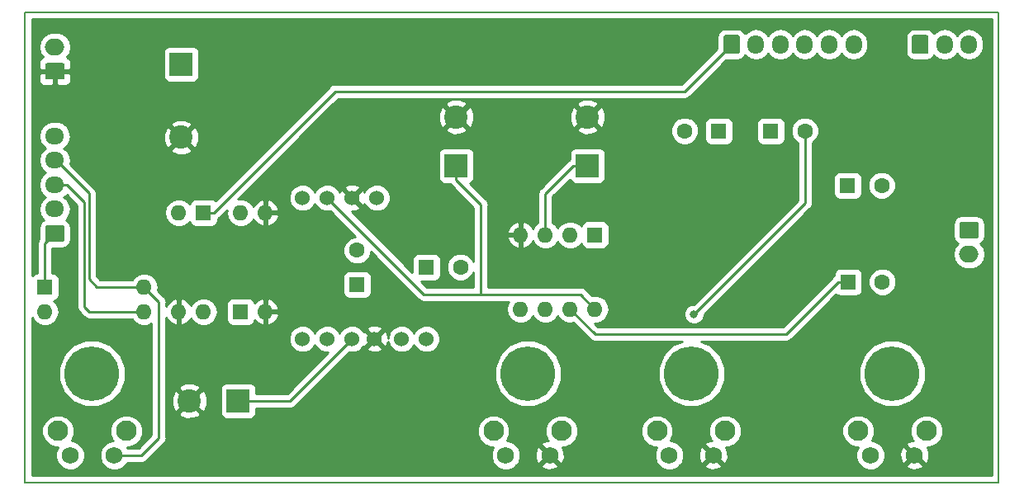
<source format=gbl>
%TF.GenerationSoftware,KiCad,Pcbnew,5.0.2+dfsg1-1*%
%TF.CreationDate,2022-03-26T23:50:01+09:00*%
%TF.ProjectId,car-bluetooth,6361722d-626c-4756-9574-6f6f74682e6b,rev?*%
%TF.SameCoordinates,Original*%
%TF.FileFunction,Copper,L2,Bot*%
%TF.FilePolarity,Positive*%
%FSLAX46Y46*%
G04 Gerber Fmt 4.6, Leading zero omitted, Abs format (unit mm)*
G04 Created by KiCad (PCBNEW 5.0.2+dfsg1-1) date Sat 26 Mar 2022 11:50:01 PM JST*
%MOMM*%
%LPD*%
G01*
G04 APERTURE LIST*
%ADD10C,0.150000*%
%ADD11R,2.400000X2.400000*%
%ADD12C,2.400000*%
%ADD13R,1.600000X1.600000*%
%ADD14C,1.600000*%
%ADD15C,0.100000*%
%ADD16C,1.700000*%
%ADD17O,1.700000X1.950000*%
%ADD18O,2.000000X1.700000*%
%ADD19O,1.950000X1.700000*%
%ADD20C,2.100000*%
%ADD21C,1.750000*%
%ADD22O,1.600000X1.600000*%
%ADD23C,1.524000*%
%ADD24C,5.600000*%
%ADD25C,0.800000*%
%ADD26C,0.250000*%
%ADD27C,0.254000*%
G04 APERTURE END LIST*
D10*
X61214000Y-104140000D02*
X61214000Y-152400000D01*
X161036000Y-104140000D02*
X61214000Y-104140000D01*
X161036000Y-152400000D02*
X161036000Y-104140000D01*
X61214000Y-152400000D02*
X161036000Y-152400000D01*
D11*
X77216000Y-109474000D03*
D12*
X77216000Y-116974000D03*
D13*
X95250000Y-132080000D03*
D14*
X95250000Y-128580000D03*
X128834000Y-116332000D03*
D13*
X132334000Y-116332000D03*
X102362000Y-130302000D03*
D14*
X105862000Y-130302000D03*
X141168000Y-116332000D03*
D13*
X137668000Y-116332000D03*
D12*
X118872000Y-114888000D03*
D11*
X118872000Y-119888000D03*
D14*
X149042000Y-121920000D03*
D13*
X145542000Y-121920000D03*
X145598000Y-131826000D03*
D14*
X149098000Y-131826000D03*
D11*
X83058000Y-144018000D03*
D12*
X78058000Y-144018000D03*
D15*
G36*
X134268504Y-106468204D02*
X134292773Y-106471804D01*
X134316571Y-106477765D01*
X134339671Y-106486030D01*
X134361849Y-106496520D01*
X134382893Y-106509133D01*
X134402598Y-106523747D01*
X134420777Y-106540223D01*
X134437253Y-106558402D01*
X134451867Y-106578107D01*
X134464480Y-106599151D01*
X134474970Y-106621329D01*
X134483235Y-106644429D01*
X134489196Y-106668227D01*
X134492796Y-106692496D01*
X134494000Y-106717000D01*
X134494000Y-108167000D01*
X134492796Y-108191504D01*
X134489196Y-108215773D01*
X134483235Y-108239571D01*
X134474970Y-108262671D01*
X134464480Y-108284849D01*
X134451867Y-108305893D01*
X134437253Y-108325598D01*
X134420777Y-108343777D01*
X134402598Y-108360253D01*
X134382893Y-108374867D01*
X134361849Y-108387480D01*
X134339671Y-108397970D01*
X134316571Y-108406235D01*
X134292773Y-108412196D01*
X134268504Y-108415796D01*
X134244000Y-108417000D01*
X133044000Y-108417000D01*
X133019496Y-108415796D01*
X132995227Y-108412196D01*
X132971429Y-108406235D01*
X132948329Y-108397970D01*
X132926151Y-108387480D01*
X132905107Y-108374867D01*
X132885402Y-108360253D01*
X132867223Y-108343777D01*
X132850747Y-108325598D01*
X132836133Y-108305893D01*
X132823520Y-108284849D01*
X132813030Y-108262671D01*
X132804765Y-108239571D01*
X132798804Y-108215773D01*
X132795204Y-108191504D01*
X132794000Y-108167000D01*
X132794000Y-106717000D01*
X132795204Y-106692496D01*
X132798804Y-106668227D01*
X132804765Y-106644429D01*
X132813030Y-106621329D01*
X132823520Y-106599151D01*
X132836133Y-106578107D01*
X132850747Y-106558402D01*
X132867223Y-106540223D01*
X132885402Y-106523747D01*
X132905107Y-106509133D01*
X132926151Y-106496520D01*
X132948329Y-106486030D01*
X132971429Y-106477765D01*
X132995227Y-106471804D01*
X133019496Y-106468204D01*
X133044000Y-106467000D01*
X134244000Y-106467000D01*
X134268504Y-106468204D01*
X134268504Y-106468204D01*
G37*
D16*
X133644000Y-107442000D03*
D17*
X136144000Y-107442000D03*
X138644000Y-107442000D03*
X141144000Y-107442000D03*
X143644000Y-107442000D03*
X146144000Y-107442000D03*
D15*
G36*
X158762504Y-125643204D02*
X158786773Y-125646804D01*
X158810571Y-125652765D01*
X158833671Y-125661030D01*
X158855849Y-125671520D01*
X158876893Y-125684133D01*
X158896598Y-125698747D01*
X158914777Y-125715223D01*
X158931253Y-125733402D01*
X158945867Y-125753107D01*
X158958480Y-125774151D01*
X158968970Y-125796329D01*
X158977235Y-125819429D01*
X158983196Y-125843227D01*
X158986796Y-125867496D01*
X158988000Y-125892000D01*
X158988000Y-127092000D01*
X158986796Y-127116504D01*
X158983196Y-127140773D01*
X158977235Y-127164571D01*
X158968970Y-127187671D01*
X158958480Y-127209849D01*
X158945867Y-127230893D01*
X158931253Y-127250598D01*
X158914777Y-127268777D01*
X158896598Y-127285253D01*
X158876893Y-127299867D01*
X158855849Y-127312480D01*
X158833671Y-127322970D01*
X158810571Y-127331235D01*
X158786773Y-127337196D01*
X158762504Y-127340796D01*
X158738000Y-127342000D01*
X157238000Y-127342000D01*
X157213496Y-127340796D01*
X157189227Y-127337196D01*
X157165429Y-127331235D01*
X157142329Y-127322970D01*
X157120151Y-127312480D01*
X157099107Y-127299867D01*
X157079402Y-127285253D01*
X157061223Y-127268777D01*
X157044747Y-127250598D01*
X157030133Y-127230893D01*
X157017520Y-127209849D01*
X157007030Y-127187671D01*
X156998765Y-127164571D01*
X156992804Y-127140773D01*
X156989204Y-127116504D01*
X156988000Y-127092000D01*
X156988000Y-125892000D01*
X156989204Y-125867496D01*
X156992804Y-125843227D01*
X156998765Y-125819429D01*
X157007030Y-125796329D01*
X157017520Y-125774151D01*
X157030133Y-125753107D01*
X157044747Y-125733402D01*
X157061223Y-125715223D01*
X157079402Y-125698747D01*
X157099107Y-125684133D01*
X157120151Y-125671520D01*
X157142329Y-125661030D01*
X157165429Y-125652765D01*
X157189227Y-125646804D01*
X157213496Y-125643204D01*
X157238000Y-125642000D01*
X158738000Y-125642000D01*
X158762504Y-125643204D01*
X158762504Y-125643204D01*
G37*
D16*
X157988000Y-126492000D03*
D18*
X157988000Y-128992000D03*
X64262000Y-107696000D03*
D15*
G36*
X65036504Y-109347204D02*
X65060773Y-109350804D01*
X65084571Y-109356765D01*
X65107671Y-109365030D01*
X65129849Y-109375520D01*
X65150893Y-109388133D01*
X65170598Y-109402747D01*
X65188777Y-109419223D01*
X65205253Y-109437402D01*
X65219867Y-109457107D01*
X65232480Y-109478151D01*
X65242970Y-109500329D01*
X65251235Y-109523429D01*
X65257196Y-109547227D01*
X65260796Y-109571496D01*
X65262000Y-109596000D01*
X65262000Y-110796000D01*
X65260796Y-110820504D01*
X65257196Y-110844773D01*
X65251235Y-110868571D01*
X65242970Y-110891671D01*
X65232480Y-110913849D01*
X65219867Y-110934893D01*
X65205253Y-110954598D01*
X65188777Y-110972777D01*
X65170598Y-110989253D01*
X65150893Y-111003867D01*
X65129849Y-111016480D01*
X65107671Y-111026970D01*
X65084571Y-111035235D01*
X65060773Y-111041196D01*
X65036504Y-111044796D01*
X65012000Y-111046000D01*
X63512000Y-111046000D01*
X63487496Y-111044796D01*
X63463227Y-111041196D01*
X63439429Y-111035235D01*
X63416329Y-111026970D01*
X63394151Y-111016480D01*
X63373107Y-111003867D01*
X63353402Y-110989253D01*
X63335223Y-110972777D01*
X63318747Y-110954598D01*
X63304133Y-110934893D01*
X63291520Y-110913849D01*
X63281030Y-110891671D01*
X63272765Y-110868571D01*
X63266804Y-110844773D01*
X63263204Y-110820504D01*
X63262000Y-110796000D01*
X63262000Y-109596000D01*
X63263204Y-109571496D01*
X63266804Y-109547227D01*
X63272765Y-109523429D01*
X63281030Y-109500329D01*
X63291520Y-109478151D01*
X63304133Y-109457107D01*
X63318747Y-109437402D01*
X63335223Y-109419223D01*
X63353402Y-109402747D01*
X63373107Y-109388133D01*
X63394151Y-109375520D01*
X63416329Y-109365030D01*
X63439429Y-109356765D01*
X63463227Y-109350804D01*
X63487496Y-109347204D01*
X63512000Y-109346000D01*
X65012000Y-109346000D01*
X65036504Y-109347204D01*
X65036504Y-109347204D01*
G37*
D16*
X64262000Y-110196000D03*
D15*
G36*
X65011504Y-125991204D02*
X65035773Y-125994804D01*
X65059571Y-126000765D01*
X65082671Y-126009030D01*
X65104849Y-126019520D01*
X65125893Y-126032133D01*
X65145598Y-126046747D01*
X65163777Y-126063223D01*
X65180253Y-126081402D01*
X65194867Y-126101107D01*
X65207480Y-126122151D01*
X65217970Y-126144329D01*
X65226235Y-126167429D01*
X65232196Y-126191227D01*
X65235796Y-126215496D01*
X65237000Y-126240000D01*
X65237000Y-127440000D01*
X65235796Y-127464504D01*
X65232196Y-127488773D01*
X65226235Y-127512571D01*
X65217970Y-127535671D01*
X65207480Y-127557849D01*
X65194867Y-127578893D01*
X65180253Y-127598598D01*
X65163777Y-127616777D01*
X65145598Y-127633253D01*
X65125893Y-127647867D01*
X65104849Y-127660480D01*
X65082671Y-127670970D01*
X65059571Y-127679235D01*
X65035773Y-127685196D01*
X65011504Y-127688796D01*
X64987000Y-127690000D01*
X63537000Y-127690000D01*
X63512496Y-127688796D01*
X63488227Y-127685196D01*
X63464429Y-127679235D01*
X63441329Y-127670970D01*
X63419151Y-127660480D01*
X63398107Y-127647867D01*
X63378402Y-127633253D01*
X63360223Y-127616777D01*
X63343747Y-127598598D01*
X63329133Y-127578893D01*
X63316520Y-127557849D01*
X63306030Y-127535671D01*
X63297765Y-127512571D01*
X63291804Y-127488773D01*
X63288204Y-127464504D01*
X63287000Y-127440000D01*
X63287000Y-126240000D01*
X63288204Y-126215496D01*
X63291804Y-126191227D01*
X63297765Y-126167429D01*
X63306030Y-126144329D01*
X63316520Y-126122151D01*
X63329133Y-126101107D01*
X63343747Y-126081402D01*
X63360223Y-126063223D01*
X63378402Y-126046747D01*
X63398107Y-126032133D01*
X63419151Y-126019520D01*
X63441329Y-126009030D01*
X63464429Y-126000765D01*
X63488227Y-125994804D01*
X63512496Y-125991204D01*
X63537000Y-125990000D01*
X64987000Y-125990000D01*
X65011504Y-125991204D01*
X65011504Y-125991204D01*
G37*
D16*
X64262000Y-126840000D03*
D19*
X64262000Y-124340000D03*
X64262000Y-121840000D03*
X64262000Y-119340000D03*
X64262000Y-116840000D03*
D15*
G36*
X153612504Y-106468204D02*
X153636773Y-106471804D01*
X153660571Y-106477765D01*
X153683671Y-106486030D01*
X153705849Y-106496520D01*
X153726893Y-106509133D01*
X153746598Y-106523747D01*
X153764777Y-106540223D01*
X153781253Y-106558402D01*
X153795867Y-106578107D01*
X153808480Y-106599151D01*
X153818970Y-106621329D01*
X153827235Y-106644429D01*
X153833196Y-106668227D01*
X153836796Y-106692496D01*
X153838000Y-106717000D01*
X153838000Y-108167000D01*
X153836796Y-108191504D01*
X153833196Y-108215773D01*
X153827235Y-108239571D01*
X153818970Y-108262671D01*
X153808480Y-108284849D01*
X153795867Y-108305893D01*
X153781253Y-108325598D01*
X153764777Y-108343777D01*
X153746598Y-108360253D01*
X153726893Y-108374867D01*
X153705849Y-108387480D01*
X153683671Y-108397970D01*
X153660571Y-108406235D01*
X153636773Y-108412196D01*
X153612504Y-108415796D01*
X153588000Y-108417000D01*
X152388000Y-108417000D01*
X152363496Y-108415796D01*
X152339227Y-108412196D01*
X152315429Y-108406235D01*
X152292329Y-108397970D01*
X152270151Y-108387480D01*
X152249107Y-108374867D01*
X152229402Y-108360253D01*
X152211223Y-108343777D01*
X152194747Y-108325598D01*
X152180133Y-108305893D01*
X152167520Y-108284849D01*
X152157030Y-108262671D01*
X152148765Y-108239571D01*
X152142804Y-108215773D01*
X152139204Y-108191504D01*
X152138000Y-108167000D01*
X152138000Y-106717000D01*
X152139204Y-106692496D01*
X152142804Y-106668227D01*
X152148765Y-106644429D01*
X152157030Y-106621329D01*
X152167520Y-106599151D01*
X152180133Y-106578107D01*
X152194747Y-106558402D01*
X152211223Y-106540223D01*
X152229402Y-106523747D01*
X152249107Y-106509133D01*
X152270151Y-106496520D01*
X152292329Y-106486030D01*
X152315429Y-106477765D01*
X152339227Y-106471804D01*
X152363496Y-106468204D01*
X152388000Y-106467000D01*
X153588000Y-106467000D01*
X153612504Y-106468204D01*
X153612504Y-106468204D01*
G37*
D16*
X152988000Y-107442000D03*
D17*
X155488000Y-107442000D03*
X157988000Y-107442000D03*
D20*
X64598000Y-147116000D03*
D21*
X65858000Y-149606000D03*
X70358000Y-149606000D03*
D20*
X71608000Y-147116000D03*
X153650000Y-147116000D03*
D21*
X152400000Y-149606000D03*
X147900000Y-149606000D03*
D20*
X146640000Y-147116000D03*
X125994000Y-147116000D03*
D21*
X127254000Y-149606000D03*
X131754000Y-149606000D03*
D20*
X133004000Y-147116000D03*
X116240000Y-147116000D03*
D21*
X114990000Y-149606000D03*
X110490000Y-149606000D03*
D20*
X109230000Y-147116000D03*
D13*
X63246000Y-132334000D03*
D22*
X73406000Y-134874000D03*
X63246000Y-134874000D03*
X73406000Y-132334000D03*
X79502000Y-134874000D03*
X76962000Y-124714000D03*
X76962000Y-134874000D03*
D13*
X79502000Y-124714000D03*
X83312000Y-134874000D03*
D22*
X85852000Y-124714000D03*
X85852000Y-134874000D03*
X83312000Y-124714000D03*
D23*
X89662000Y-123190000D03*
X92202000Y-123190000D03*
X94742000Y-123190000D03*
X97282000Y-123190000D03*
X102362000Y-137668000D03*
X99822000Y-137668000D03*
X97028000Y-137668000D03*
X94742000Y-137668000D03*
X92202000Y-137668000D03*
X89662000Y-137668000D03*
D13*
X119634000Y-126978131D03*
D22*
X112014000Y-134598131D03*
X117094000Y-126978131D03*
X114554000Y-134598131D03*
X114554000Y-126978131D03*
X117094000Y-134598131D03*
X112014000Y-126978131D03*
X119634000Y-134598131D03*
D24*
X68072000Y-141224000D03*
X112776000Y-141224000D03*
X129540000Y-141224000D03*
X150114000Y-141224000D03*
D11*
X105410000Y-119888000D03*
D12*
X105410000Y-114888000D03*
D25*
X74422000Y-125984000D03*
X129794000Y-135128000D03*
D26*
X92202000Y-123190000D02*
X102108000Y-133096000D01*
X105410000Y-121338000D02*
X107950000Y-123878000D01*
X107950000Y-123878000D02*
X107950000Y-133096000D01*
X105410000Y-119888000D02*
X105410000Y-121338000D01*
X102108000Y-133096000D02*
X107950000Y-133096000D01*
X118131869Y-133096000D02*
X119634000Y-134598131D01*
X107950000Y-133096000D02*
X118131869Y-133096000D01*
X141168000Y-123754000D02*
X141168000Y-116332000D01*
X129794000Y-135128000D02*
X141168000Y-123754000D01*
X117422000Y-119888000D02*
X118872000Y-119888000D01*
X114554000Y-122756000D02*
X117422000Y-119888000D01*
X114554000Y-126978131D02*
X114554000Y-122756000D01*
X144548000Y-131826000D02*
X139214000Y-137160000D01*
X145598000Y-131826000D02*
X144548000Y-131826000D01*
X119655869Y-137160000D02*
X117094000Y-134598131D01*
X139214000Y-137160000D02*
X119655869Y-137160000D01*
X88392000Y-144018000D02*
X94742000Y-137668000D01*
X83058000Y-144018000D02*
X88392000Y-144018000D01*
X63246000Y-127856000D02*
X64262000Y-126840000D01*
X63246000Y-132334000D02*
X63246000Y-127856000D01*
X80552000Y-124714000D02*
X92998000Y-112268000D01*
X79502000Y-124714000D02*
X80552000Y-124714000D01*
X128818000Y-112268000D02*
X133644000Y-107442000D01*
X92998000Y-112268000D02*
X128818000Y-112268000D01*
X67818000Y-134874000D02*
X73406000Y-134874000D01*
X67310000Y-134366000D02*
X67818000Y-134874000D01*
X67310000Y-123663000D02*
X67310000Y-134366000D01*
X64262000Y-121840000D02*
X65487000Y-121840000D01*
X65487000Y-121840000D02*
X67310000Y-123663000D01*
X64387000Y-119340000D02*
X64262000Y-119340000D01*
X67760010Y-122713010D02*
X64387000Y-119340000D01*
X67760010Y-131514010D02*
X67760010Y-122713010D01*
X68580000Y-132334000D02*
X67760010Y-131514010D01*
X73406000Y-132334000D02*
X68580000Y-132334000D01*
X74930000Y-133858000D02*
X73406000Y-132334000D01*
X74930000Y-147828000D02*
X74930000Y-133858000D01*
X70358000Y-149606000D02*
X73152000Y-149606000D01*
X73152000Y-149606000D02*
X74930000Y-147828000D01*
D27*
G36*
X160326000Y-151690000D02*
X61924000Y-151690000D01*
X61924000Y-146780833D01*
X62913000Y-146780833D01*
X62913000Y-147451167D01*
X63169526Y-148070476D01*
X63643524Y-148544474D01*
X64262833Y-148801000D01*
X64557030Y-148801000D01*
X64348000Y-149305642D01*
X64348000Y-149906358D01*
X64577884Y-150461346D01*
X65002654Y-150886116D01*
X65557642Y-151116000D01*
X66158358Y-151116000D01*
X66713346Y-150886116D01*
X67138116Y-150461346D01*
X67368000Y-149906358D01*
X67368000Y-149305642D01*
X67138116Y-148750654D01*
X66713346Y-148325884D01*
X66158358Y-148096000D01*
X66000950Y-148096000D01*
X66026474Y-148070476D01*
X66283000Y-147451167D01*
X66283000Y-146780833D01*
X66026474Y-146161524D01*
X65552476Y-145687526D01*
X64933167Y-145431000D01*
X64262833Y-145431000D01*
X63643524Y-145687526D01*
X63169526Y-146161524D01*
X62913000Y-146780833D01*
X61924000Y-146780833D01*
X61924000Y-140540736D01*
X64637000Y-140540736D01*
X64637000Y-141907264D01*
X65159947Y-143169771D01*
X66126229Y-144136053D01*
X67388736Y-144659000D01*
X68755264Y-144659000D01*
X70017771Y-144136053D01*
X70984053Y-143169771D01*
X71507000Y-141907264D01*
X71507000Y-140540736D01*
X70984053Y-139278229D01*
X70017771Y-138311947D01*
X68755264Y-137789000D01*
X67388736Y-137789000D01*
X66126229Y-138311947D01*
X65159947Y-139278229D01*
X64637000Y-140540736D01*
X61924000Y-140540736D01*
X61924000Y-135478418D01*
X62211423Y-135908577D01*
X62686091Y-136225740D01*
X63104667Y-136309000D01*
X63387333Y-136309000D01*
X63805909Y-136225740D01*
X64280577Y-135908577D01*
X64597740Y-135433909D01*
X64709113Y-134874000D01*
X64597740Y-134314091D01*
X64280577Y-133839423D01*
X64159894Y-133758785D01*
X64293765Y-133732157D01*
X64503809Y-133591809D01*
X64644157Y-133381765D01*
X64693440Y-133134000D01*
X64693440Y-131534000D01*
X64644157Y-131286235D01*
X64503809Y-131076191D01*
X64293765Y-130935843D01*
X64046000Y-130886560D01*
X64006000Y-130886560D01*
X64006000Y-128337440D01*
X64987000Y-128337440D01*
X65330435Y-128269126D01*
X65621586Y-128074586D01*
X65816126Y-127783435D01*
X65884440Y-127440000D01*
X65884440Y-126240000D01*
X65816126Y-125896565D01*
X65621586Y-125605414D01*
X65393844Y-125453242D01*
X65457625Y-125410625D01*
X65785839Y-124919418D01*
X65901092Y-124340000D01*
X65785839Y-123760582D01*
X65457625Y-123269375D01*
X65189171Y-123090000D01*
X65457625Y-122910625D01*
X65467718Y-122895520D01*
X66550000Y-123977803D01*
X66550001Y-134291148D01*
X66535112Y-134366000D01*
X66550001Y-134440852D01*
X66594097Y-134662537D01*
X66762072Y-134913929D01*
X66825527Y-134956328D01*
X67227672Y-135358475D01*
X67270071Y-135421929D01*
X67333524Y-135464327D01*
X67333526Y-135464329D01*
X67458902Y-135548102D01*
X67521463Y-135589904D01*
X67743148Y-135634000D01*
X67743152Y-135634000D01*
X67817999Y-135648888D01*
X67892846Y-135634000D01*
X72187957Y-135634000D01*
X72371423Y-135908577D01*
X72846091Y-136225740D01*
X73264667Y-136309000D01*
X73547333Y-136309000D01*
X73965909Y-136225740D01*
X74170001Y-136089370D01*
X74170000Y-147513198D01*
X72837199Y-148846000D01*
X71677610Y-148846000D01*
X71658970Y-148801000D01*
X71943167Y-148801000D01*
X72562476Y-148544474D01*
X73036474Y-148070476D01*
X73293000Y-147451167D01*
X73293000Y-146780833D01*
X73036474Y-146161524D01*
X72562476Y-145687526D01*
X71943167Y-145431000D01*
X71272833Y-145431000D01*
X70653524Y-145687526D01*
X70179526Y-146161524D01*
X69923000Y-146780833D01*
X69923000Y-147451167D01*
X70179526Y-148070476D01*
X70205050Y-148096000D01*
X70057642Y-148096000D01*
X69502654Y-148325884D01*
X69077884Y-148750654D01*
X68848000Y-149305642D01*
X68848000Y-149906358D01*
X69077884Y-150461346D01*
X69502654Y-150886116D01*
X70057642Y-151116000D01*
X70658358Y-151116000D01*
X71213346Y-150886116D01*
X71638116Y-150461346D01*
X71677610Y-150366000D01*
X73077153Y-150366000D01*
X73152000Y-150380888D01*
X73226847Y-150366000D01*
X73226852Y-150366000D01*
X73448537Y-150321904D01*
X73699929Y-150153929D01*
X73742331Y-150090470D01*
X75414473Y-148418329D01*
X75477929Y-148375929D01*
X75535314Y-148290047D01*
X75645904Y-148124538D01*
X75656657Y-148070476D01*
X75690000Y-147902852D01*
X75690000Y-147902848D01*
X75704888Y-147828000D01*
X75690000Y-147753152D01*
X75690000Y-146780833D01*
X107545000Y-146780833D01*
X107545000Y-147451167D01*
X107801526Y-148070476D01*
X108275524Y-148544474D01*
X108894833Y-148801000D01*
X109189030Y-148801000D01*
X108980000Y-149305642D01*
X108980000Y-149906358D01*
X109209884Y-150461346D01*
X109634654Y-150886116D01*
X110189642Y-151116000D01*
X110790358Y-151116000D01*
X111345346Y-150886116D01*
X111563402Y-150668060D01*
X114107545Y-150668060D01*
X114190884Y-150921953D01*
X114755306Y-151127590D01*
X115355458Y-151101579D01*
X115789116Y-150921953D01*
X115872455Y-150668060D01*
X114990000Y-149785605D01*
X114107545Y-150668060D01*
X111563402Y-150668060D01*
X111770116Y-150461346D01*
X112000000Y-149906358D01*
X112000000Y-149371306D01*
X113468410Y-149371306D01*
X113494421Y-149971458D01*
X113674047Y-150405116D01*
X113927940Y-150488455D01*
X114810395Y-149606000D01*
X113927940Y-148723545D01*
X113674047Y-148806884D01*
X113468410Y-149371306D01*
X112000000Y-149371306D01*
X112000000Y-149305642D01*
X111770116Y-148750654D01*
X111563402Y-148543940D01*
X114107545Y-148543940D01*
X114990000Y-149426395D01*
X115004143Y-149412253D01*
X115183748Y-149591858D01*
X115169605Y-149606000D01*
X116052060Y-150488455D01*
X116305953Y-150405116D01*
X116511590Y-149840694D01*
X116485579Y-149240542D01*
X116305953Y-148806884D01*
X116288027Y-148801000D01*
X116575167Y-148801000D01*
X117194476Y-148544474D01*
X117668474Y-148070476D01*
X117925000Y-147451167D01*
X117925000Y-146780833D01*
X124309000Y-146780833D01*
X124309000Y-147451167D01*
X124565526Y-148070476D01*
X125039524Y-148544474D01*
X125658833Y-148801000D01*
X125953030Y-148801000D01*
X125744000Y-149305642D01*
X125744000Y-149906358D01*
X125973884Y-150461346D01*
X126398654Y-150886116D01*
X126953642Y-151116000D01*
X127554358Y-151116000D01*
X128109346Y-150886116D01*
X128327402Y-150668060D01*
X130871545Y-150668060D01*
X130954884Y-150921953D01*
X131519306Y-151127590D01*
X132119458Y-151101579D01*
X132553116Y-150921953D01*
X132636455Y-150668060D01*
X131754000Y-149785605D01*
X130871545Y-150668060D01*
X128327402Y-150668060D01*
X128534116Y-150461346D01*
X128764000Y-149906358D01*
X128764000Y-149371306D01*
X130232410Y-149371306D01*
X130258421Y-149971458D01*
X130438047Y-150405116D01*
X130691940Y-150488455D01*
X131574395Y-149606000D01*
X130691940Y-148723545D01*
X130438047Y-148806884D01*
X130232410Y-149371306D01*
X128764000Y-149371306D01*
X128764000Y-149305642D01*
X128534116Y-148750654D01*
X128327402Y-148543940D01*
X130871545Y-148543940D01*
X131754000Y-149426395D01*
X131768143Y-149412253D01*
X131947748Y-149591858D01*
X131933605Y-149606000D01*
X132816060Y-150488455D01*
X133069953Y-150405116D01*
X133275590Y-149840694D01*
X133249579Y-149240542D01*
X133069953Y-148806884D01*
X133052027Y-148801000D01*
X133339167Y-148801000D01*
X133958476Y-148544474D01*
X134432474Y-148070476D01*
X134689000Y-147451167D01*
X134689000Y-146780833D01*
X144955000Y-146780833D01*
X144955000Y-147451167D01*
X145211526Y-148070476D01*
X145685524Y-148544474D01*
X146304833Y-148801000D01*
X146599030Y-148801000D01*
X146390000Y-149305642D01*
X146390000Y-149906358D01*
X146619884Y-150461346D01*
X147044654Y-150886116D01*
X147599642Y-151116000D01*
X148200358Y-151116000D01*
X148755346Y-150886116D01*
X148973402Y-150668060D01*
X151517545Y-150668060D01*
X151600884Y-150921953D01*
X152165306Y-151127590D01*
X152765458Y-151101579D01*
X153199116Y-150921953D01*
X153282455Y-150668060D01*
X152400000Y-149785605D01*
X151517545Y-150668060D01*
X148973402Y-150668060D01*
X149180116Y-150461346D01*
X149410000Y-149906358D01*
X149410000Y-149371306D01*
X150878410Y-149371306D01*
X150904421Y-149971458D01*
X151084047Y-150405116D01*
X151337940Y-150488455D01*
X152220395Y-149606000D01*
X151337940Y-148723545D01*
X151084047Y-148806884D01*
X150878410Y-149371306D01*
X149410000Y-149371306D01*
X149410000Y-149305642D01*
X149180116Y-148750654D01*
X148973402Y-148543940D01*
X151517545Y-148543940D01*
X152400000Y-149426395D01*
X152414143Y-149412253D01*
X152593748Y-149591858D01*
X152579605Y-149606000D01*
X153462060Y-150488455D01*
X153715953Y-150405116D01*
X153921590Y-149840694D01*
X153895579Y-149240542D01*
X153715953Y-148806884D01*
X153698027Y-148801000D01*
X153985167Y-148801000D01*
X154604476Y-148544474D01*
X155078474Y-148070476D01*
X155335000Y-147451167D01*
X155335000Y-146780833D01*
X155078474Y-146161524D01*
X154604476Y-145687526D01*
X153985167Y-145431000D01*
X153314833Y-145431000D01*
X152695524Y-145687526D01*
X152221526Y-146161524D01*
X151965000Y-146780833D01*
X151965000Y-147451167D01*
X152221526Y-148070476D01*
X152252044Y-148100994D01*
X152034542Y-148110421D01*
X151600884Y-148290047D01*
X151517545Y-148543940D01*
X148973402Y-148543940D01*
X148755346Y-148325884D01*
X148200358Y-148096000D01*
X148042950Y-148096000D01*
X148068474Y-148070476D01*
X148325000Y-147451167D01*
X148325000Y-146780833D01*
X148068474Y-146161524D01*
X147594476Y-145687526D01*
X146975167Y-145431000D01*
X146304833Y-145431000D01*
X145685524Y-145687526D01*
X145211526Y-146161524D01*
X144955000Y-146780833D01*
X134689000Y-146780833D01*
X134432474Y-146161524D01*
X133958476Y-145687526D01*
X133339167Y-145431000D01*
X132668833Y-145431000D01*
X132049524Y-145687526D01*
X131575526Y-146161524D01*
X131319000Y-146780833D01*
X131319000Y-147451167D01*
X131575526Y-148070476D01*
X131606044Y-148100994D01*
X131388542Y-148110421D01*
X130954884Y-148290047D01*
X130871545Y-148543940D01*
X128327402Y-148543940D01*
X128109346Y-148325884D01*
X127554358Y-148096000D01*
X127396950Y-148096000D01*
X127422474Y-148070476D01*
X127679000Y-147451167D01*
X127679000Y-146780833D01*
X127422474Y-146161524D01*
X126948476Y-145687526D01*
X126329167Y-145431000D01*
X125658833Y-145431000D01*
X125039524Y-145687526D01*
X124565526Y-146161524D01*
X124309000Y-146780833D01*
X117925000Y-146780833D01*
X117668474Y-146161524D01*
X117194476Y-145687526D01*
X116575167Y-145431000D01*
X115904833Y-145431000D01*
X115285524Y-145687526D01*
X114811526Y-146161524D01*
X114555000Y-146780833D01*
X114555000Y-147451167D01*
X114811526Y-148070476D01*
X114842044Y-148100994D01*
X114624542Y-148110421D01*
X114190884Y-148290047D01*
X114107545Y-148543940D01*
X111563402Y-148543940D01*
X111345346Y-148325884D01*
X110790358Y-148096000D01*
X110632950Y-148096000D01*
X110658474Y-148070476D01*
X110915000Y-147451167D01*
X110915000Y-146780833D01*
X110658474Y-146161524D01*
X110184476Y-145687526D01*
X109565167Y-145431000D01*
X108894833Y-145431000D01*
X108275524Y-145687526D01*
X107801526Y-146161524D01*
X107545000Y-146780833D01*
X75690000Y-146780833D01*
X75690000Y-145315175D01*
X76940430Y-145315175D01*
X77063565Y-145602788D01*
X77745734Y-145862707D01*
X78475443Y-145841786D01*
X79052435Y-145602788D01*
X79175570Y-145315175D01*
X78058000Y-144197605D01*
X76940430Y-145315175D01*
X75690000Y-145315175D01*
X75690000Y-143705734D01*
X76213293Y-143705734D01*
X76234214Y-144435443D01*
X76473212Y-145012435D01*
X76760825Y-145135570D01*
X77878395Y-144018000D01*
X78237605Y-144018000D01*
X79355175Y-145135570D01*
X79642788Y-145012435D01*
X79902707Y-144330266D01*
X79881786Y-143600557D01*
X79642788Y-143023565D01*
X79355175Y-142900430D01*
X78237605Y-144018000D01*
X77878395Y-144018000D01*
X76760825Y-142900430D01*
X76473212Y-143023565D01*
X76213293Y-143705734D01*
X75690000Y-143705734D01*
X75690000Y-142720825D01*
X76940430Y-142720825D01*
X78058000Y-143838395D01*
X79078395Y-142818000D01*
X81210560Y-142818000D01*
X81210560Y-145218000D01*
X81259843Y-145465765D01*
X81400191Y-145675809D01*
X81610235Y-145816157D01*
X81858000Y-145865440D01*
X84258000Y-145865440D01*
X84505765Y-145816157D01*
X84715809Y-145675809D01*
X84856157Y-145465765D01*
X84905440Y-145218000D01*
X84905440Y-144778000D01*
X88317153Y-144778000D01*
X88392000Y-144792888D01*
X88466847Y-144778000D01*
X88466852Y-144778000D01*
X88688537Y-144733904D01*
X88939929Y-144565929D01*
X88982331Y-144502470D01*
X92944065Y-140540736D01*
X109341000Y-140540736D01*
X109341000Y-141907264D01*
X109863947Y-143169771D01*
X110830229Y-144136053D01*
X112092736Y-144659000D01*
X113459264Y-144659000D01*
X114721771Y-144136053D01*
X115688053Y-143169771D01*
X116211000Y-141907264D01*
X116211000Y-140540736D01*
X115688053Y-139278229D01*
X114721771Y-138311947D01*
X113459264Y-137789000D01*
X112092736Y-137789000D01*
X110830229Y-138311947D01*
X109863947Y-139278229D01*
X109341000Y-140540736D01*
X92944065Y-140540736D01*
X94432782Y-139052020D01*
X94464119Y-139065000D01*
X95019881Y-139065000D01*
X95533337Y-138852320D01*
X95737444Y-138648213D01*
X96227392Y-138648213D01*
X96296857Y-138890397D01*
X96820302Y-139077144D01*
X97375368Y-139049362D01*
X97759143Y-138890397D01*
X97828608Y-138648213D01*
X97028000Y-137847605D01*
X96227392Y-138648213D01*
X95737444Y-138648213D01*
X95926320Y-138459337D01*
X95935786Y-138436483D01*
X96047787Y-138468608D01*
X96848395Y-137668000D01*
X97207605Y-137668000D01*
X98008213Y-138468608D01*
X98250397Y-138399143D01*
X98425000Y-137909737D01*
X98425000Y-137945881D01*
X98637680Y-138459337D01*
X99030663Y-138852320D01*
X99544119Y-139065000D01*
X100099881Y-139065000D01*
X100613337Y-138852320D01*
X101006320Y-138459337D01*
X101092000Y-138252487D01*
X101177680Y-138459337D01*
X101570663Y-138852320D01*
X102084119Y-139065000D01*
X102639881Y-139065000D01*
X103153337Y-138852320D01*
X103546320Y-138459337D01*
X103759000Y-137945881D01*
X103759000Y-137390119D01*
X103546320Y-136876663D01*
X103153337Y-136483680D01*
X102639881Y-136271000D01*
X102084119Y-136271000D01*
X101570663Y-136483680D01*
X101177680Y-136876663D01*
X101092000Y-137083513D01*
X101006320Y-136876663D01*
X100613337Y-136483680D01*
X100099881Y-136271000D01*
X99544119Y-136271000D01*
X99030663Y-136483680D01*
X98637680Y-136876663D01*
X98425000Y-137390119D01*
X98425000Y-137633069D01*
X98409362Y-137320632D01*
X98250397Y-136936857D01*
X98008213Y-136867392D01*
X97207605Y-137668000D01*
X96848395Y-137668000D01*
X96047787Y-136867392D01*
X95935786Y-136899517D01*
X95926320Y-136876663D01*
X95737444Y-136687787D01*
X96227392Y-136687787D01*
X97028000Y-137488395D01*
X97828608Y-136687787D01*
X97759143Y-136445603D01*
X97235698Y-136258856D01*
X96680632Y-136286638D01*
X96296857Y-136445603D01*
X96227392Y-136687787D01*
X95737444Y-136687787D01*
X95533337Y-136483680D01*
X95019881Y-136271000D01*
X94464119Y-136271000D01*
X93950663Y-136483680D01*
X93557680Y-136876663D01*
X93472000Y-137083513D01*
X93386320Y-136876663D01*
X92993337Y-136483680D01*
X92479881Y-136271000D01*
X91924119Y-136271000D01*
X91410663Y-136483680D01*
X91017680Y-136876663D01*
X90932000Y-137083513D01*
X90846320Y-136876663D01*
X90453337Y-136483680D01*
X89939881Y-136271000D01*
X89384119Y-136271000D01*
X88870663Y-136483680D01*
X88477680Y-136876663D01*
X88265000Y-137390119D01*
X88265000Y-137945881D01*
X88477680Y-138459337D01*
X88870663Y-138852320D01*
X89384119Y-139065000D01*
X89939881Y-139065000D01*
X90453337Y-138852320D01*
X90846320Y-138459337D01*
X90932000Y-138252487D01*
X91017680Y-138459337D01*
X91410663Y-138852320D01*
X91924119Y-139065000D01*
X92270198Y-139065000D01*
X88077199Y-143258000D01*
X84905440Y-143258000D01*
X84905440Y-142818000D01*
X84856157Y-142570235D01*
X84715809Y-142360191D01*
X84505765Y-142219843D01*
X84258000Y-142170560D01*
X81858000Y-142170560D01*
X81610235Y-142219843D01*
X81400191Y-142360191D01*
X81259843Y-142570235D01*
X81210560Y-142818000D01*
X79078395Y-142818000D01*
X79175570Y-142720825D01*
X79052435Y-142433212D01*
X78370266Y-142173293D01*
X77640557Y-142194214D01*
X77063565Y-142433212D01*
X76940430Y-142720825D01*
X75690000Y-142720825D01*
X75690000Y-135476408D01*
X75809611Y-135729134D01*
X76224577Y-136105041D01*
X76612961Y-136265904D01*
X76835000Y-136143915D01*
X76835000Y-135001000D01*
X76815000Y-135001000D01*
X76815000Y-134747000D01*
X76835000Y-134747000D01*
X76835000Y-133604085D01*
X77089000Y-133604085D01*
X77089000Y-134747000D01*
X77109000Y-134747000D01*
X77109000Y-135001000D01*
X77089000Y-135001000D01*
X77089000Y-136143915D01*
X77311039Y-136265904D01*
X77699423Y-136105041D01*
X78114389Y-135729134D01*
X78211053Y-135524892D01*
X78467423Y-135908577D01*
X78942091Y-136225740D01*
X79360667Y-136309000D01*
X79643333Y-136309000D01*
X80061909Y-136225740D01*
X80536577Y-135908577D01*
X80853740Y-135433909D01*
X80965113Y-134874000D01*
X80853740Y-134314091D01*
X80693317Y-134074000D01*
X81864560Y-134074000D01*
X81864560Y-135674000D01*
X81913843Y-135921765D01*
X82054191Y-136131809D01*
X82264235Y-136272157D01*
X82512000Y-136321440D01*
X84112000Y-136321440D01*
X84359765Y-136272157D01*
X84569809Y-136131809D01*
X84710157Y-135921765D01*
X84741013Y-135766639D01*
X85114577Y-136105041D01*
X85502961Y-136265904D01*
X85725000Y-136143915D01*
X85725000Y-135001000D01*
X85979000Y-135001000D01*
X85979000Y-136143915D01*
X86201039Y-136265904D01*
X86589423Y-136105041D01*
X87004389Y-135729134D01*
X87243914Y-135223041D01*
X87122629Y-135001000D01*
X85979000Y-135001000D01*
X85725000Y-135001000D01*
X85705000Y-135001000D01*
X85705000Y-134747000D01*
X85725000Y-134747000D01*
X85725000Y-133604085D01*
X85979000Y-133604085D01*
X85979000Y-134747000D01*
X87122629Y-134747000D01*
X87243914Y-134524959D01*
X87004389Y-134018866D01*
X86589423Y-133642959D01*
X86201039Y-133482096D01*
X85979000Y-133604085D01*
X85725000Y-133604085D01*
X85502961Y-133482096D01*
X85114577Y-133642959D01*
X84741013Y-133981361D01*
X84710157Y-133826235D01*
X84569809Y-133616191D01*
X84359765Y-133475843D01*
X84112000Y-133426560D01*
X82512000Y-133426560D01*
X82264235Y-133475843D01*
X82054191Y-133616191D01*
X81913843Y-133826235D01*
X81864560Y-134074000D01*
X80693317Y-134074000D01*
X80536577Y-133839423D01*
X80061909Y-133522260D01*
X79643333Y-133439000D01*
X79360667Y-133439000D01*
X78942091Y-133522260D01*
X78467423Y-133839423D01*
X78211053Y-134223108D01*
X78114389Y-134018866D01*
X77699423Y-133642959D01*
X77311039Y-133482096D01*
X77089000Y-133604085D01*
X76835000Y-133604085D01*
X76612961Y-133482096D01*
X76224577Y-133642959D01*
X75809611Y-134018866D01*
X75690000Y-134271592D01*
X75690000Y-133932846D01*
X75704888Y-133857999D01*
X75690000Y-133783152D01*
X75690000Y-133783148D01*
X75645904Y-133561463D01*
X75590241Y-133478157D01*
X75520329Y-133373526D01*
X75520327Y-133373524D01*
X75477929Y-133310071D01*
X75414476Y-133267673D01*
X74804688Y-132657886D01*
X74869113Y-132334000D01*
X74757740Y-131774091D01*
X74440577Y-131299423D01*
X74411509Y-131280000D01*
X93802560Y-131280000D01*
X93802560Y-132880000D01*
X93851843Y-133127765D01*
X93992191Y-133337809D01*
X94202235Y-133478157D01*
X94450000Y-133527440D01*
X96050000Y-133527440D01*
X96297765Y-133478157D01*
X96507809Y-133337809D01*
X96648157Y-133127765D01*
X96697440Y-132880000D01*
X96697440Y-131280000D01*
X96648157Y-131032235D01*
X96507809Y-130822191D01*
X96297765Y-130681843D01*
X96050000Y-130632560D01*
X94450000Y-130632560D01*
X94202235Y-130681843D01*
X93992191Y-130822191D01*
X93851843Y-131032235D01*
X93802560Y-131280000D01*
X74411509Y-131280000D01*
X73965909Y-130982260D01*
X73547333Y-130899000D01*
X73264667Y-130899000D01*
X72846091Y-130982260D01*
X72371423Y-131299423D01*
X72187957Y-131574000D01*
X68894802Y-131574000D01*
X68520010Y-131199209D01*
X68520010Y-124714000D01*
X75498887Y-124714000D01*
X75610260Y-125273909D01*
X75927423Y-125748577D01*
X76402091Y-126065740D01*
X76820667Y-126149000D01*
X77103333Y-126149000D01*
X77521909Y-126065740D01*
X77996577Y-125748577D01*
X78077215Y-125627894D01*
X78103843Y-125761765D01*
X78244191Y-125971809D01*
X78454235Y-126112157D01*
X78702000Y-126161440D01*
X80302000Y-126161440D01*
X80549765Y-126112157D01*
X80759809Y-125971809D01*
X80900157Y-125761765D01*
X80949440Y-125514000D01*
X80949440Y-125362483D01*
X81099929Y-125261929D01*
X81142331Y-125198470D01*
X81904032Y-124436769D01*
X81848887Y-124714000D01*
X81960260Y-125273909D01*
X82277423Y-125748577D01*
X82752091Y-126065740D01*
X83170667Y-126149000D01*
X83453333Y-126149000D01*
X83871909Y-126065740D01*
X84346577Y-125748577D01*
X84602947Y-125364892D01*
X84699611Y-125569134D01*
X85114577Y-125945041D01*
X85502961Y-126105904D01*
X85725000Y-125983915D01*
X85725000Y-124841000D01*
X85979000Y-124841000D01*
X85979000Y-125983915D01*
X86201039Y-126105904D01*
X86589423Y-125945041D01*
X87004389Y-125569134D01*
X87243914Y-125063041D01*
X87122629Y-124841000D01*
X85979000Y-124841000D01*
X85725000Y-124841000D01*
X85705000Y-124841000D01*
X85705000Y-124587000D01*
X85725000Y-124587000D01*
X85725000Y-123444085D01*
X85979000Y-123444085D01*
X85979000Y-124587000D01*
X87122629Y-124587000D01*
X87243914Y-124364959D01*
X87004389Y-123858866D01*
X86589423Y-123482959D01*
X86201039Y-123322096D01*
X85979000Y-123444085D01*
X85725000Y-123444085D01*
X85502961Y-123322096D01*
X85114577Y-123482959D01*
X84699611Y-123858866D01*
X84602947Y-124063108D01*
X84346577Y-123679423D01*
X83871909Y-123362260D01*
X83453333Y-123279000D01*
X83170667Y-123279000D01*
X83034769Y-123306032D01*
X83428682Y-122912119D01*
X88265000Y-122912119D01*
X88265000Y-123467881D01*
X88477680Y-123981337D01*
X88870663Y-124374320D01*
X89384119Y-124587000D01*
X89939881Y-124587000D01*
X90453337Y-124374320D01*
X90846320Y-123981337D01*
X90932000Y-123774487D01*
X91017680Y-123981337D01*
X91410663Y-124374320D01*
X91924119Y-124587000D01*
X92479881Y-124587000D01*
X92511219Y-124574020D01*
X95082199Y-127145000D01*
X94964561Y-127145000D01*
X94437138Y-127363466D01*
X94033466Y-127767138D01*
X93815000Y-128294561D01*
X93815000Y-128865439D01*
X94033466Y-129392862D01*
X94437138Y-129796534D01*
X94964561Y-130015000D01*
X95535439Y-130015000D01*
X96062862Y-129796534D01*
X96466534Y-129392862D01*
X96685000Y-128865439D01*
X96685000Y-128747802D01*
X101517670Y-133580472D01*
X101560071Y-133643929D01*
X101811463Y-133811904D01*
X102033148Y-133856000D01*
X102033152Y-133856000D01*
X102108000Y-133870888D01*
X102182848Y-133856000D01*
X107875148Y-133856000D01*
X107950000Y-133870889D01*
X108024852Y-133856000D01*
X110784017Y-133856000D01*
X110662260Y-134038222D01*
X110550887Y-134598131D01*
X110662260Y-135158040D01*
X110979423Y-135632708D01*
X111454091Y-135949871D01*
X111872667Y-136033131D01*
X112155333Y-136033131D01*
X112573909Y-135949871D01*
X113048577Y-135632708D01*
X113284000Y-135280373D01*
X113519423Y-135632708D01*
X113994091Y-135949871D01*
X114412667Y-136033131D01*
X114695333Y-136033131D01*
X115113909Y-135949871D01*
X115588577Y-135632708D01*
X115824000Y-135280373D01*
X116059423Y-135632708D01*
X116534091Y-135949871D01*
X116952667Y-136033131D01*
X117235333Y-136033131D01*
X117417886Y-135996819D01*
X119065540Y-137644473D01*
X119107940Y-137707929D01*
X119359332Y-137875904D01*
X119581017Y-137920000D01*
X119581022Y-137920000D01*
X119655869Y-137934888D01*
X119730716Y-137920000D01*
X128540474Y-137920000D01*
X127594229Y-138311947D01*
X126627947Y-139278229D01*
X126105000Y-140540736D01*
X126105000Y-141907264D01*
X126627947Y-143169771D01*
X127594229Y-144136053D01*
X128856736Y-144659000D01*
X130223264Y-144659000D01*
X131485771Y-144136053D01*
X132452053Y-143169771D01*
X132975000Y-141907264D01*
X132975000Y-140540736D01*
X146679000Y-140540736D01*
X146679000Y-141907264D01*
X147201947Y-143169771D01*
X148168229Y-144136053D01*
X149430736Y-144659000D01*
X150797264Y-144659000D01*
X152059771Y-144136053D01*
X153026053Y-143169771D01*
X153549000Y-141907264D01*
X153549000Y-140540736D01*
X153026053Y-139278229D01*
X152059771Y-138311947D01*
X150797264Y-137789000D01*
X149430736Y-137789000D01*
X148168229Y-138311947D01*
X147201947Y-139278229D01*
X146679000Y-140540736D01*
X132975000Y-140540736D01*
X132452053Y-139278229D01*
X131485771Y-138311947D01*
X130539526Y-137920000D01*
X139139153Y-137920000D01*
X139214000Y-137934888D01*
X139288847Y-137920000D01*
X139288852Y-137920000D01*
X139510537Y-137875904D01*
X139761929Y-137707929D01*
X139804331Y-137644470D01*
X144355059Y-133093743D01*
X144550235Y-133224157D01*
X144798000Y-133273440D01*
X146398000Y-133273440D01*
X146645765Y-133224157D01*
X146855809Y-133083809D01*
X146996157Y-132873765D01*
X147045440Y-132626000D01*
X147045440Y-131540561D01*
X147663000Y-131540561D01*
X147663000Y-132111439D01*
X147881466Y-132638862D01*
X148285138Y-133042534D01*
X148812561Y-133261000D01*
X149383439Y-133261000D01*
X149910862Y-133042534D01*
X150314534Y-132638862D01*
X150533000Y-132111439D01*
X150533000Y-131540561D01*
X150314534Y-131013138D01*
X149910862Y-130609466D01*
X149383439Y-130391000D01*
X148812561Y-130391000D01*
X148285138Y-130609466D01*
X147881466Y-131013138D01*
X147663000Y-131540561D01*
X147045440Y-131540561D01*
X147045440Y-131026000D01*
X146996157Y-130778235D01*
X146855809Y-130568191D01*
X146645765Y-130427843D01*
X146398000Y-130378560D01*
X144798000Y-130378560D01*
X144550235Y-130427843D01*
X144340191Y-130568191D01*
X144199843Y-130778235D01*
X144150560Y-131026000D01*
X144150560Y-131177517D01*
X144000071Y-131278071D01*
X143957671Y-131341527D01*
X138899199Y-136400000D01*
X119970671Y-136400000D01*
X119603802Y-136033131D01*
X119775333Y-136033131D01*
X120193909Y-135949871D01*
X120668577Y-135632708D01*
X120985740Y-135158040D01*
X121032666Y-134922126D01*
X128759000Y-134922126D01*
X128759000Y-135333874D01*
X128916569Y-135714280D01*
X129207720Y-136005431D01*
X129588126Y-136163000D01*
X129999874Y-136163000D01*
X130380280Y-136005431D01*
X130671431Y-135714280D01*
X130829000Y-135333874D01*
X130829000Y-135167801D01*
X137004801Y-128992000D01*
X156323908Y-128992000D01*
X156439161Y-129571418D01*
X156767375Y-130062625D01*
X157258582Y-130390839D01*
X157691744Y-130477000D01*
X158284256Y-130477000D01*
X158717418Y-130390839D01*
X159208625Y-130062625D01*
X159536839Y-129571418D01*
X159652092Y-128992000D01*
X159536839Y-128412582D01*
X159208625Y-127921375D01*
X159144844Y-127878758D01*
X159372586Y-127726586D01*
X159567126Y-127435435D01*
X159635440Y-127092000D01*
X159635440Y-125892000D01*
X159567126Y-125548565D01*
X159372586Y-125257414D01*
X159081435Y-125062874D01*
X158738000Y-124994560D01*
X157238000Y-124994560D01*
X156894565Y-125062874D01*
X156603414Y-125257414D01*
X156408874Y-125548565D01*
X156340560Y-125892000D01*
X156340560Y-127092000D01*
X156408874Y-127435435D01*
X156603414Y-127726586D01*
X156831156Y-127878758D01*
X156767375Y-127921375D01*
X156439161Y-128412582D01*
X156323908Y-128992000D01*
X137004801Y-128992000D01*
X141652473Y-124344329D01*
X141715929Y-124301929D01*
X141883904Y-124050537D01*
X141928000Y-123828852D01*
X141928000Y-123828848D01*
X141942888Y-123754001D01*
X141928000Y-123679154D01*
X141928000Y-121120000D01*
X144094560Y-121120000D01*
X144094560Y-122720000D01*
X144143843Y-122967765D01*
X144284191Y-123177809D01*
X144494235Y-123318157D01*
X144742000Y-123367440D01*
X146342000Y-123367440D01*
X146589765Y-123318157D01*
X146799809Y-123177809D01*
X146940157Y-122967765D01*
X146989440Y-122720000D01*
X146989440Y-121634561D01*
X147607000Y-121634561D01*
X147607000Y-122205439D01*
X147825466Y-122732862D01*
X148229138Y-123136534D01*
X148756561Y-123355000D01*
X149327439Y-123355000D01*
X149854862Y-123136534D01*
X150258534Y-122732862D01*
X150477000Y-122205439D01*
X150477000Y-121634561D01*
X150258534Y-121107138D01*
X149854862Y-120703466D01*
X149327439Y-120485000D01*
X148756561Y-120485000D01*
X148229138Y-120703466D01*
X147825466Y-121107138D01*
X147607000Y-121634561D01*
X146989440Y-121634561D01*
X146989440Y-121120000D01*
X146940157Y-120872235D01*
X146799809Y-120662191D01*
X146589765Y-120521843D01*
X146342000Y-120472560D01*
X144742000Y-120472560D01*
X144494235Y-120521843D01*
X144284191Y-120662191D01*
X144143843Y-120872235D01*
X144094560Y-121120000D01*
X141928000Y-121120000D01*
X141928000Y-117570430D01*
X141980862Y-117548534D01*
X142384534Y-117144862D01*
X142603000Y-116617439D01*
X142603000Y-116046561D01*
X142384534Y-115519138D01*
X141980862Y-115115466D01*
X141453439Y-114897000D01*
X140882561Y-114897000D01*
X140355138Y-115115466D01*
X139951466Y-115519138D01*
X139733000Y-116046561D01*
X139733000Y-116617439D01*
X139951466Y-117144862D01*
X140355138Y-117548534D01*
X140408001Y-117570431D01*
X140408000Y-123439198D01*
X129754199Y-134093000D01*
X129588126Y-134093000D01*
X129207720Y-134250569D01*
X128916569Y-134541720D01*
X128759000Y-134922126D01*
X121032666Y-134922126D01*
X121097113Y-134598131D01*
X120985740Y-134038222D01*
X120668577Y-133563554D01*
X120193909Y-133246391D01*
X119775333Y-133163131D01*
X119492667Y-133163131D01*
X119310114Y-133199443D01*
X118722200Y-132611530D01*
X118679798Y-132548071D01*
X118428406Y-132380096D01*
X118206721Y-132336000D01*
X118206716Y-132336000D01*
X118131869Y-132321112D01*
X118057022Y-132336000D01*
X108710000Y-132336000D01*
X108710000Y-127327172D01*
X110622086Y-127327172D01*
X110861611Y-127833265D01*
X111276577Y-128209172D01*
X111664961Y-128370035D01*
X111887000Y-128248046D01*
X111887000Y-127105131D01*
X110743371Y-127105131D01*
X110622086Y-127327172D01*
X108710000Y-127327172D01*
X108710000Y-126629090D01*
X110622086Y-126629090D01*
X110743371Y-126851131D01*
X111887000Y-126851131D01*
X111887000Y-125708216D01*
X112141000Y-125708216D01*
X112141000Y-126851131D01*
X112161000Y-126851131D01*
X112161000Y-127105131D01*
X112141000Y-127105131D01*
X112141000Y-128248046D01*
X112363039Y-128370035D01*
X112751423Y-128209172D01*
X113166389Y-127833265D01*
X113263053Y-127629023D01*
X113519423Y-128012708D01*
X113994091Y-128329871D01*
X114412667Y-128413131D01*
X114695333Y-128413131D01*
X115113909Y-128329871D01*
X115588577Y-128012708D01*
X115824000Y-127660373D01*
X116059423Y-128012708D01*
X116534091Y-128329871D01*
X116952667Y-128413131D01*
X117235333Y-128413131D01*
X117653909Y-128329871D01*
X118128577Y-128012708D01*
X118209215Y-127892025D01*
X118235843Y-128025896D01*
X118376191Y-128235940D01*
X118586235Y-128376288D01*
X118834000Y-128425571D01*
X120434000Y-128425571D01*
X120681765Y-128376288D01*
X120891809Y-128235940D01*
X121032157Y-128025896D01*
X121081440Y-127778131D01*
X121081440Y-126178131D01*
X121032157Y-125930366D01*
X120891809Y-125720322D01*
X120681765Y-125579974D01*
X120434000Y-125530691D01*
X118834000Y-125530691D01*
X118586235Y-125579974D01*
X118376191Y-125720322D01*
X118235843Y-125930366D01*
X118209215Y-126064237D01*
X118128577Y-125943554D01*
X117653909Y-125626391D01*
X117235333Y-125543131D01*
X116952667Y-125543131D01*
X116534091Y-125626391D01*
X116059423Y-125943554D01*
X115824000Y-126295889D01*
X115588577Y-125943554D01*
X115314000Y-125760088D01*
X115314000Y-123070801D01*
X117069728Y-121315075D01*
X117073843Y-121335765D01*
X117214191Y-121545809D01*
X117424235Y-121686157D01*
X117672000Y-121735440D01*
X120072000Y-121735440D01*
X120319765Y-121686157D01*
X120529809Y-121545809D01*
X120670157Y-121335765D01*
X120719440Y-121088000D01*
X120719440Y-118688000D01*
X120670157Y-118440235D01*
X120529809Y-118230191D01*
X120319765Y-118089843D01*
X120072000Y-118040560D01*
X117672000Y-118040560D01*
X117424235Y-118089843D01*
X117214191Y-118230191D01*
X117073843Y-118440235D01*
X117024560Y-118688000D01*
X117024560Y-119239517D01*
X116937526Y-119297671D01*
X116937524Y-119297673D01*
X116874071Y-119340071D01*
X116831673Y-119403524D01*
X114069528Y-122165671D01*
X114006072Y-122208071D01*
X113963672Y-122271527D01*
X113963671Y-122271528D01*
X113838097Y-122459463D01*
X113779112Y-122756000D01*
X113794001Y-122830852D01*
X113794000Y-125760087D01*
X113519423Y-125943554D01*
X113263053Y-126327239D01*
X113166389Y-126122997D01*
X112751423Y-125747090D01*
X112363039Y-125586227D01*
X112141000Y-125708216D01*
X111887000Y-125708216D01*
X111664961Y-125586227D01*
X111276577Y-125747090D01*
X110861611Y-126122997D01*
X110622086Y-126629090D01*
X108710000Y-126629090D01*
X108710000Y-123952846D01*
X108724888Y-123877999D01*
X108710000Y-123803152D01*
X108710000Y-123803148D01*
X108665904Y-123581463D01*
X108603386Y-123487898D01*
X108540329Y-123393526D01*
X108540327Y-123393524D01*
X108497929Y-123330071D01*
X108434476Y-123287673D01*
X106837074Y-121690273D01*
X106857765Y-121686157D01*
X107067809Y-121545809D01*
X107208157Y-121335765D01*
X107257440Y-121088000D01*
X107257440Y-118688000D01*
X107208157Y-118440235D01*
X107067809Y-118230191D01*
X106857765Y-118089843D01*
X106610000Y-118040560D01*
X104210000Y-118040560D01*
X103962235Y-118089843D01*
X103752191Y-118230191D01*
X103611843Y-118440235D01*
X103562560Y-118688000D01*
X103562560Y-121088000D01*
X103611843Y-121335765D01*
X103752191Y-121545809D01*
X103962235Y-121686157D01*
X104210000Y-121735440D01*
X104761518Y-121735440D01*
X104810428Y-121808638D01*
X104862072Y-121885929D01*
X104925528Y-121928329D01*
X107190000Y-124192803D01*
X107190001Y-129758242D01*
X107078534Y-129489138D01*
X106674862Y-129085466D01*
X106147439Y-128867000D01*
X105576561Y-128867000D01*
X105049138Y-129085466D01*
X104645466Y-129489138D01*
X104427000Y-130016561D01*
X104427000Y-130587439D01*
X104645466Y-131114862D01*
X105049138Y-131518534D01*
X105576561Y-131737000D01*
X106147439Y-131737000D01*
X106674862Y-131518534D01*
X107078534Y-131114862D01*
X107190001Y-130845758D01*
X107190001Y-132336000D01*
X102422802Y-132336000D01*
X101836242Y-131749440D01*
X103162000Y-131749440D01*
X103409765Y-131700157D01*
X103619809Y-131559809D01*
X103760157Y-131349765D01*
X103809440Y-131102000D01*
X103809440Y-129502000D01*
X103760157Y-129254235D01*
X103619809Y-129044191D01*
X103409765Y-128903843D01*
X103162000Y-128854560D01*
X101562000Y-128854560D01*
X101314235Y-128903843D01*
X101104191Y-129044191D01*
X100963843Y-129254235D01*
X100914560Y-129502000D01*
X100914560Y-130827758D01*
X94678717Y-124591916D01*
X95089368Y-124571362D01*
X95473143Y-124412397D01*
X95542608Y-124170213D01*
X94742000Y-123369605D01*
X94727858Y-123383748D01*
X94548253Y-123204143D01*
X94562395Y-123190000D01*
X94921605Y-123190000D01*
X95722213Y-123990608D01*
X95964397Y-123921143D01*
X96014535Y-123780607D01*
X96097680Y-123981337D01*
X96490663Y-124374320D01*
X97004119Y-124587000D01*
X97559881Y-124587000D01*
X98073337Y-124374320D01*
X98466320Y-123981337D01*
X98679000Y-123467881D01*
X98679000Y-122912119D01*
X98466320Y-122398663D01*
X98073337Y-122005680D01*
X97559881Y-121793000D01*
X97004119Y-121793000D01*
X96490663Y-122005680D01*
X96097680Y-122398663D01*
X96018572Y-122589647D01*
X95964397Y-122458857D01*
X95722213Y-122389392D01*
X94921605Y-123190000D01*
X94562395Y-123190000D01*
X93761787Y-122389392D01*
X93519603Y-122458857D01*
X93469465Y-122599393D01*
X93386320Y-122398663D01*
X93197444Y-122209787D01*
X93941392Y-122209787D01*
X94742000Y-123010395D01*
X95542608Y-122209787D01*
X95473143Y-121967603D01*
X94949698Y-121780856D01*
X94394632Y-121808638D01*
X94010857Y-121967603D01*
X93941392Y-122209787D01*
X93197444Y-122209787D01*
X92993337Y-122005680D01*
X92479881Y-121793000D01*
X91924119Y-121793000D01*
X91410663Y-122005680D01*
X91017680Y-122398663D01*
X90932000Y-122605513D01*
X90846320Y-122398663D01*
X90453337Y-122005680D01*
X89939881Y-121793000D01*
X89384119Y-121793000D01*
X88870663Y-122005680D01*
X88477680Y-122398663D01*
X88265000Y-122912119D01*
X83428682Y-122912119D01*
X90155626Y-116185175D01*
X104292430Y-116185175D01*
X104415565Y-116472788D01*
X105097734Y-116732707D01*
X105827443Y-116711786D01*
X106404435Y-116472788D01*
X106527570Y-116185175D01*
X117754430Y-116185175D01*
X117877565Y-116472788D01*
X118559734Y-116732707D01*
X119289443Y-116711786D01*
X119866435Y-116472788D01*
X119989570Y-116185175D01*
X119850956Y-116046561D01*
X127399000Y-116046561D01*
X127399000Y-116617439D01*
X127617466Y-117144862D01*
X128021138Y-117548534D01*
X128548561Y-117767000D01*
X129119439Y-117767000D01*
X129646862Y-117548534D01*
X130050534Y-117144862D01*
X130269000Y-116617439D01*
X130269000Y-116046561D01*
X130055862Y-115532000D01*
X130886560Y-115532000D01*
X130886560Y-117132000D01*
X130935843Y-117379765D01*
X131076191Y-117589809D01*
X131286235Y-117730157D01*
X131534000Y-117779440D01*
X133134000Y-117779440D01*
X133381765Y-117730157D01*
X133591809Y-117589809D01*
X133732157Y-117379765D01*
X133781440Y-117132000D01*
X133781440Y-115532000D01*
X136220560Y-115532000D01*
X136220560Y-117132000D01*
X136269843Y-117379765D01*
X136410191Y-117589809D01*
X136620235Y-117730157D01*
X136868000Y-117779440D01*
X138468000Y-117779440D01*
X138715765Y-117730157D01*
X138925809Y-117589809D01*
X139066157Y-117379765D01*
X139115440Y-117132000D01*
X139115440Y-115532000D01*
X139066157Y-115284235D01*
X138925809Y-115074191D01*
X138715765Y-114933843D01*
X138468000Y-114884560D01*
X136868000Y-114884560D01*
X136620235Y-114933843D01*
X136410191Y-115074191D01*
X136269843Y-115284235D01*
X136220560Y-115532000D01*
X133781440Y-115532000D01*
X133732157Y-115284235D01*
X133591809Y-115074191D01*
X133381765Y-114933843D01*
X133134000Y-114884560D01*
X131534000Y-114884560D01*
X131286235Y-114933843D01*
X131076191Y-115074191D01*
X130935843Y-115284235D01*
X130886560Y-115532000D01*
X130055862Y-115532000D01*
X130050534Y-115519138D01*
X129646862Y-115115466D01*
X129119439Y-114897000D01*
X128548561Y-114897000D01*
X128021138Y-115115466D01*
X127617466Y-115519138D01*
X127399000Y-116046561D01*
X119850956Y-116046561D01*
X118872000Y-115067605D01*
X117754430Y-116185175D01*
X106527570Y-116185175D01*
X105410000Y-115067605D01*
X104292430Y-116185175D01*
X90155626Y-116185175D01*
X91765067Y-114575734D01*
X103565293Y-114575734D01*
X103586214Y-115305443D01*
X103825212Y-115882435D01*
X104112825Y-116005570D01*
X105230395Y-114888000D01*
X105589605Y-114888000D01*
X106707175Y-116005570D01*
X106994788Y-115882435D01*
X107254707Y-115200266D01*
X107236802Y-114575734D01*
X117027293Y-114575734D01*
X117048214Y-115305443D01*
X117287212Y-115882435D01*
X117574825Y-116005570D01*
X118692395Y-114888000D01*
X119051605Y-114888000D01*
X120169175Y-116005570D01*
X120456788Y-115882435D01*
X120716707Y-115200266D01*
X120695786Y-114470557D01*
X120456788Y-113893565D01*
X120169175Y-113770430D01*
X119051605Y-114888000D01*
X118692395Y-114888000D01*
X117574825Y-113770430D01*
X117287212Y-113893565D01*
X117027293Y-114575734D01*
X107236802Y-114575734D01*
X107233786Y-114470557D01*
X106994788Y-113893565D01*
X106707175Y-113770430D01*
X105589605Y-114888000D01*
X105230395Y-114888000D01*
X104112825Y-113770430D01*
X103825212Y-113893565D01*
X103565293Y-114575734D01*
X91765067Y-114575734D01*
X92749976Y-113590825D01*
X104292430Y-113590825D01*
X105410000Y-114708395D01*
X106527570Y-113590825D01*
X117754430Y-113590825D01*
X118872000Y-114708395D01*
X119989570Y-113590825D01*
X119866435Y-113303212D01*
X119184266Y-113043293D01*
X118454557Y-113064214D01*
X117877565Y-113303212D01*
X117754430Y-113590825D01*
X106527570Y-113590825D01*
X106404435Y-113303212D01*
X105722266Y-113043293D01*
X104992557Y-113064214D01*
X104415565Y-113303212D01*
X104292430Y-113590825D01*
X92749976Y-113590825D01*
X93312802Y-113028000D01*
X128743153Y-113028000D01*
X128818000Y-113042888D01*
X128892847Y-113028000D01*
X128892852Y-113028000D01*
X129114537Y-112983904D01*
X129365929Y-112815929D01*
X129408331Y-112752470D01*
X133096362Y-109064440D01*
X134244000Y-109064440D01*
X134587435Y-108996126D01*
X134878586Y-108801586D01*
X135030758Y-108573844D01*
X135073375Y-108637625D01*
X135564583Y-108965839D01*
X136144000Y-109081092D01*
X136723418Y-108965839D01*
X137214625Y-108637625D01*
X137394000Y-108369171D01*
X137573375Y-108637625D01*
X138064583Y-108965839D01*
X138644000Y-109081092D01*
X139223418Y-108965839D01*
X139714625Y-108637625D01*
X139894000Y-108369171D01*
X140073375Y-108637625D01*
X140564583Y-108965839D01*
X141144000Y-109081092D01*
X141723418Y-108965839D01*
X142214625Y-108637625D01*
X142394000Y-108369171D01*
X142573375Y-108637625D01*
X143064583Y-108965839D01*
X143644000Y-109081092D01*
X144223418Y-108965839D01*
X144714625Y-108637625D01*
X144894000Y-108369171D01*
X145073375Y-108637625D01*
X145564583Y-108965839D01*
X146144000Y-109081092D01*
X146723418Y-108965839D01*
X147214625Y-108637625D01*
X147542839Y-108146417D01*
X147629000Y-107713255D01*
X147629000Y-107170744D01*
X147542839Y-106737582D01*
X147529087Y-106717000D01*
X151490560Y-106717000D01*
X151490560Y-108167000D01*
X151558874Y-108510435D01*
X151753414Y-108801586D01*
X152044565Y-108996126D01*
X152388000Y-109064440D01*
X153588000Y-109064440D01*
X153931435Y-108996126D01*
X154222586Y-108801586D01*
X154374758Y-108573844D01*
X154417375Y-108637625D01*
X154908583Y-108965839D01*
X155488000Y-109081092D01*
X156067418Y-108965839D01*
X156558625Y-108637625D01*
X156738000Y-108369171D01*
X156917375Y-108637625D01*
X157408583Y-108965839D01*
X157988000Y-109081092D01*
X158567418Y-108965839D01*
X159058625Y-108637625D01*
X159386839Y-108146417D01*
X159473000Y-107713255D01*
X159473000Y-107170744D01*
X159386839Y-106737582D01*
X159058625Y-106246375D01*
X158567417Y-105918161D01*
X157988000Y-105802908D01*
X157408582Y-105918161D01*
X156917375Y-106246375D01*
X156738000Y-106514829D01*
X156558625Y-106246375D01*
X156067417Y-105918161D01*
X155488000Y-105802908D01*
X154908582Y-105918161D01*
X154417375Y-106246375D01*
X154374758Y-106310156D01*
X154222586Y-106082414D01*
X153931435Y-105887874D01*
X153588000Y-105819560D01*
X152388000Y-105819560D01*
X152044565Y-105887874D01*
X151753414Y-106082414D01*
X151558874Y-106373565D01*
X151490560Y-106717000D01*
X147529087Y-106717000D01*
X147214625Y-106246375D01*
X146723417Y-105918161D01*
X146144000Y-105802908D01*
X145564582Y-105918161D01*
X145073375Y-106246375D01*
X144894000Y-106514829D01*
X144714625Y-106246375D01*
X144223417Y-105918161D01*
X143644000Y-105802908D01*
X143064582Y-105918161D01*
X142573375Y-106246375D01*
X142394000Y-106514829D01*
X142214625Y-106246375D01*
X141723417Y-105918161D01*
X141144000Y-105802908D01*
X140564582Y-105918161D01*
X140073375Y-106246375D01*
X139894000Y-106514829D01*
X139714625Y-106246375D01*
X139223417Y-105918161D01*
X138644000Y-105802908D01*
X138064582Y-105918161D01*
X137573375Y-106246375D01*
X137394000Y-106514829D01*
X137214625Y-106246375D01*
X136723417Y-105918161D01*
X136144000Y-105802908D01*
X135564582Y-105918161D01*
X135073375Y-106246375D01*
X135030758Y-106310156D01*
X134878586Y-106082414D01*
X134587435Y-105887874D01*
X134244000Y-105819560D01*
X133044000Y-105819560D01*
X132700565Y-105887874D01*
X132409414Y-106082414D01*
X132214874Y-106373565D01*
X132146560Y-106717000D01*
X132146560Y-107864638D01*
X128503199Y-111508000D01*
X93072847Y-111508000D01*
X92998000Y-111493112D01*
X92923153Y-111508000D01*
X92923148Y-111508000D01*
X92701463Y-111552096D01*
X92450071Y-111720071D01*
X92407671Y-111783527D01*
X80744942Y-123446257D01*
X80549765Y-123315843D01*
X80302000Y-123266560D01*
X78702000Y-123266560D01*
X78454235Y-123315843D01*
X78244191Y-123456191D01*
X78103843Y-123666235D01*
X78077215Y-123800106D01*
X77996577Y-123679423D01*
X77521909Y-123362260D01*
X77103333Y-123279000D01*
X76820667Y-123279000D01*
X76402091Y-123362260D01*
X75927423Y-123679423D01*
X75610260Y-124154091D01*
X75498887Y-124714000D01*
X68520010Y-124714000D01*
X68520010Y-122787856D01*
X68534898Y-122713009D01*
X68520010Y-122638162D01*
X68520010Y-122638158D01*
X68475914Y-122416473D01*
X68379065Y-122271528D01*
X68350339Y-122228536D01*
X68350337Y-122228534D01*
X68307939Y-122165081D01*
X68244486Y-122122683D01*
X65828209Y-119706408D01*
X65901092Y-119340000D01*
X65785839Y-118760582D01*
X65458828Y-118271175D01*
X76098430Y-118271175D01*
X76221565Y-118558788D01*
X76903734Y-118818707D01*
X77633443Y-118797786D01*
X78210435Y-118558788D01*
X78333570Y-118271175D01*
X77216000Y-117153605D01*
X76098430Y-118271175D01*
X65458828Y-118271175D01*
X65457625Y-118269375D01*
X65189171Y-118090000D01*
X65457625Y-117910625D01*
X65785839Y-117419418D01*
X65901092Y-116840000D01*
X65865633Y-116661734D01*
X75371293Y-116661734D01*
X75392214Y-117391443D01*
X75631212Y-117968435D01*
X75918825Y-118091570D01*
X77036395Y-116974000D01*
X77395605Y-116974000D01*
X78513175Y-118091570D01*
X78800788Y-117968435D01*
X79060707Y-117286266D01*
X79039786Y-116556557D01*
X78800788Y-115979565D01*
X78513175Y-115856430D01*
X77395605Y-116974000D01*
X77036395Y-116974000D01*
X75918825Y-115856430D01*
X75631212Y-115979565D01*
X75371293Y-116661734D01*
X65865633Y-116661734D01*
X65785839Y-116260582D01*
X65457625Y-115769375D01*
X65319115Y-115676825D01*
X76098430Y-115676825D01*
X77216000Y-116794395D01*
X78333570Y-115676825D01*
X78210435Y-115389212D01*
X77528266Y-115129293D01*
X76798557Y-115150214D01*
X76221565Y-115389212D01*
X76098430Y-115676825D01*
X65319115Y-115676825D01*
X64966418Y-115441161D01*
X64533256Y-115355000D01*
X63990744Y-115355000D01*
X63557582Y-115441161D01*
X63066375Y-115769375D01*
X62738161Y-116260582D01*
X62622908Y-116840000D01*
X62738161Y-117419418D01*
X63066375Y-117910625D01*
X63334829Y-118090000D01*
X63066375Y-118269375D01*
X62738161Y-118760582D01*
X62622908Y-119340000D01*
X62738161Y-119919418D01*
X63066375Y-120410625D01*
X63334829Y-120590000D01*
X63066375Y-120769375D01*
X62738161Y-121260582D01*
X62622908Y-121840000D01*
X62738161Y-122419418D01*
X63066375Y-122910625D01*
X63334829Y-123090000D01*
X63066375Y-123269375D01*
X62738161Y-123760582D01*
X62622908Y-124340000D01*
X62738161Y-124919418D01*
X63066375Y-125410625D01*
X63130156Y-125453242D01*
X62902414Y-125605414D01*
X62707874Y-125896565D01*
X62639560Y-126240000D01*
X62639560Y-127395640D01*
X62530097Y-127559463D01*
X62471112Y-127856000D01*
X62486001Y-127930852D01*
X62486000Y-130886560D01*
X62446000Y-130886560D01*
X62198235Y-130935843D01*
X61988191Y-131076191D01*
X61924000Y-131172259D01*
X61924000Y-110481750D01*
X62627000Y-110481750D01*
X62627000Y-111172309D01*
X62723673Y-111405698D01*
X62902301Y-111584327D01*
X63135690Y-111681000D01*
X63976250Y-111681000D01*
X64135000Y-111522250D01*
X64135000Y-110323000D01*
X64389000Y-110323000D01*
X64389000Y-111522250D01*
X64547750Y-111681000D01*
X65388310Y-111681000D01*
X65621699Y-111584327D01*
X65800327Y-111405698D01*
X65897000Y-111172309D01*
X65897000Y-110481750D01*
X65738250Y-110323000D01*
X64389000Y-110323000D01*
X64135000Y-110323000D01*
X62785750Y-110323000D01*
X62627000Y-110481750D01*
X61924000Y-110481750D01*
X61924000Y-107696000D01*
X62597908Y-107696000D01*
X62713161Y-108275418D01*
X63032709Y-108753656D01*
X62902301Y-108807673D01*
X62723673Y-108986302D01*
X62627000Y-109219691D01*
X62627000Y-109910250D01*
X62785750Y-110069000D01*
X64135000Y-110069000D01*
X64135000Y-110049000D01*
X64389000Y-110049000D01*
X64389000Y-110069000D01*
X65738250Y-110069000D01*
X65897000Y-109910250D01*
X65897000Y-109219691D01*
X65800327Y-108986302D01*
X65621699Y-108807673D01*
X65491291Y-108753656D01*
X65810839Y-108275418D01*
X65811121Y-108274000D01*
X75368560Y-108274000D01*
X75368560Y-110674000D01*
X75417843Y-110921765D01*
X75558191Y-111131809D01*
X75768235Y-111272157D01*
X76016000Y-111321440D01*
X78416000Y-111321440D01*
X78663765Y-111272157D01*
X78873809Y-111131809D01*
X79014157Y-110921765D01*
X79063440Y-110674000D01*
X79063440Y-108274000D01*
X79014157Y-108026235D01*
X78873809Y-107816191D01*
X78663765Y-107675843D01*
X78416000Y-107626560D01*
X76016000Y-107626560D01*
X75768235Y-107675843D01*
X75558191Y-107816191D01*
X75417843Y-108026235D01*
X75368560Y-108274000D01*
X65811121Y-108274000D01*
X65926092Y-107696000D01*
X65810839Y-107116582D01*
X65482625Y-106625375D01*
X64991418Y-106297161D01*
X64558256Y-106211000D01*
X63965744Y-106211000D01*
X63532582Y-106297161D01*
X63041375Y-106625375D01*
X62713161Y-107116582D01*
X62597908Y-107696000D01*
X61924000Y-107696000D01*
X61924000Y-104850000D01*
X160326001Y-104850000D01*
X160326000Y-151690000D01*
X160326000Y-151690000D01*
G37*
X160326000Y-151690000D02*
X61924000Y-151690000D01*
X61924000Y-146780833D01*
X62913000Y-146780833D01*
X62913000Y-147451167D01*
X63169526Y-148070476D01*
X63643524Y-148544474D01*
X64262833Y-148801000D01*
X64557030Y-148801000D01*
X64348000Y-149305642D01*
X64348000Y-149906358D01*
X64577884Y-150461346D01*
X65002654Y-150886116D01*
X65557642Y-151116000D01*
X66158358Y-151116000D01*
X66713346Y-150886116D01*
X67138116Y-150461346D01*
X67368000Y-149906358D01*
X67368000Y-149305642D01*
X67138116Y-148750654D01*
X66713346Y-148325884D01*
X66158358Y-148096000D01*
X66000950Y-148096000D01*
X66026474Y-148070476D01*
X66283000Y-147451167D01*
X66283000Y-146780833D01*
X66026474Y-146161524D01*
X65552476Y-145687526D01*
X64933167Y-145431000D01*
X64262833Y-145431000D01*
X63643524Y-145687526D01*
X63169526Y-146161524D01*
X62913000Y-146780833D01*
X61924000Y-146780833D01*
X61924000Y-140540736D01*
X64637000Y-140540736D01*
X64637000Y-141907264D01*
X65159947Y-143169771D01*
X66126229Y-144136053D01*
X67388736Y-144659000D01*
X68755264Y-144659000D01*
X70017771Y-144136053D01*
X70984053Y-143169771D01*
X71507000Y-141907264D01*
X71507000Y-140540736D01*
X70984053Y-139278229D01*
X70017771Y-138311947D01*
X68755264Y-137789000D01*
X67388736Y-137789000D01*
X66126229Y-138311947D01*
X65159947Y-139278229D01*
X64637000Y-140540736D01*
X61924000Y-140540736D01*
X61924000Y-135478418D01*
X62211423Y-135908577D01*
X62686091Y-136225740D01*
X63104667Y-136309000D01*
X63387333Y-136309000D01*
X63805909Y-136225740D01*
X64280577Y-135908577D01*
X64597740Y-135433909D01*
X64709113Y-134874000D01*
X64597740Y-134314091D01*
X64280577Y-133839423D01*
X64159894Y-133758785D01*
X64293765Y-133732157D01*
X64503809Y-133591809D01*
X64644157Y-133381765D01*
X64693440Y-133134000D01*
X64693440Y-131534000D01*
X64644157Y-131286235D01*
X64503809Y-131076191D01*
X64293765Y-130935843D01*
X64046000Y-130886560D01*
X64006000Y-130886560D01*
X64006000Y-128337440D01*
X64987000Y-128337440D01*
X65330435Y-128269126D01*
X65621586Y-128074586D01*
X65816126Y-127783435D01*
X65884440Y-127440000D01*
X65884440Y-126240000D01*
X65816126Y-125896565D01*
X65621586Y-125605414D01*
X65393844Y-125453242D01*
X65457625Y-125410625D01*
X65785839Y-124919418D01*
X65901092Y-124340000D01*
X65785839Y-123760582D01*
X65457625Y-123269375D01*
X65189171Y-123090000D01*
X65457625Y-122910625D01*
X65467718Y-122895520D01*
X66550000Y-123977803D01*
X66550001Y-134291148D01*
X66535112Y-134366000D01*
X66550001Y-134440852D01*
X66594097Y-134662537D01*
X66762072Y-134913929D01*
X66825527Y-134956328D01*
X67227672Y-135358475D01*
X67270071Y-135421929D01*
X67333524Y-135464327D01*
X67333526Y-135464329D01*
X67458902Y-135548102D01*
X67521463Y-135589904D01*
X67743148Y-135634000D01*
X67743152Y-135634000D01*
X67817999Y-135648888D01*
X67892846Y-135634000D01*
X72187957Y-135634000D01*
X72371423Y-135908577D01*
X72846091Y-136225740D01*
X73264667Y-136309000D01*
X73547333Y-136309000D01*
X73965909Y-136225740D01*
X74170001Y-136089370D01*
X74170000Y-147513198D01*
X72837199Y-148846000D01*
X71677610Y-148846000D01*
X71658970Y-148801000D01*
X71943167Y-148801000D01*
X72562476Y-148544474D01*
X73036474Y-148070476D01*
X73293000Y-147451167D01*
X73293000Y-146780833D01*
X73036474Y-146161524D01*
X72562476Y-145687526D01*
X71943167Y-145431000D01*
X71272833Y-145431000D01*
X70653524Y-145687526D01*
X70179526Y-146161524D01*
X69923000Y-146780833D01*
X69923000Y-147451167D01*
X70179526Y-148070476D01*
X70205050Y-148096000D01*
X70057642Y-148096000D01*
X69502654Y-148325884D01*
X69077884Y-148750654D01*
X68848000Y-149305642D01*
X68848000Y-149906358D01*
X69077884Y-150461346D01*
X69502654Y-150886116D01*
X70057642Y-151116000D01*
X70658358Y-151116000D01*
X71213346Y-150886116D01*
X71638116Y-150461346D01*
X71677610Y-150366000D01*
X73077153Y-150366000D01*
X73152000Y-150380888D01*
X73226847Y-150366000D01*
X73226852Y-150366000D01*
X73448537Y-150321904D01*
X73699929Y-150153929D01*
X73742331Y-150090470D01*
X75414473Y-148418329D01*
X75477929Y-148375929D01*
X75535314Y-148290047D01*
X75645904Y-148124538D01*
X75656657Y-148070476D01*
X75690000Y-147902852D01*
X75690000Y-147902848D01*
X75704888Y-147828000D01*
X75690000Y-147753152D01*
X75690000Y-146780833D01*
X107545000Y-146780833D01*
X107545000Y-147451167D01*
X107801526Y-148070476D01*
X108275524Y-148544474D01*
X108894833Y-148801000D01*
X109189030Y-148801000D01*
X108980000Y-149305642D01*
X108980000Y-149906358D01*
X109209884Y-150461346D01*
X109634654Y-150886116D01*
X110189642Y-151116000D01*
X110790358Y-151116000D01*
X111345346Y-150886116D01*
X111563402Y-150668060D01*
X114107545Y-150668060D01*
X114190884Y-150921953D01*
X114755306Y-151127590D01*
X115355458Y-151101579D01*
X115789116Y-150921953D01*
X115872455Y-150668060D01*
X114990000Y-149785605D01*
X114107545Y-150668060D01*
X111563402Y-150668060D01*
X111770116Y-150461346D01*
X112000000Y-149906358D01*
X112000000Y-149371306D01*
X113468410Y-149371306D01*
X113494421Y-149971458D01*
X113674047Y-150405116D01*
X113927940Y-150488455D01*
X114810395Y-149606000D01*
X113927940Y-148723545D01*
X113674047Y-148806884D01*
X113468410Y-149371306D01*
X112000000Y-149371306D01*
X112000000Y-149305642D01*
X111770116Y-148750654D01*
X111563402Y-148543940D01*
X114107545Y-148543940D01*
X114990000Y-149426395D01*
X115004143Y-149412253D01*
X115183748Y-149591858D01*
X115169605Y-149606000D01*
X116052060Y-150488455D01*
X116305953Y-150405116D01*
X116511590Y-149840694D01*
X116485579Y-149240542D01*
X116305953Y-148806884D01*
X116288027Y-148801000D01*
X116575167Y-148801000D01*
X117194476Y-148544474D01*
X117668474Y-148070476D01*
X117925000Y-147451167D01*
X117925000Y-146780833D01*
X124309000Y-146780833D01*
X124309000Y-147451167D01*
X124565526Y-148070476D01*
X125039524Y-148544474D01*
X125658833Y-148801000D01*
X125953030Y-148801000D01*
X125744000Y-149305642D01*
X125744000Y-149906358D01*
X125973884Y-150461346D01*
X126398654Y-150886116D01*
X126953642Y-151116000D01*
X127554358Y-151116000D01*
X128109346Y-150886116D01*
X128327402Y-150668060D01*
X130871545Y-150668060D01*
X130954884Y-150921953D01*
X131519306Y-151127590D01*
X132119458Y-151101579D01*
X132553116Y-150921953D01*
X132636455Y-150668060D01*
X131754000Y-149785605D01*
X130871545Y-150668060D01*
X128327402Y-150668060D01*
X128534116Y-150461346D01*
X128764000Y-149906358D01*
X128764000Y-149371306D01*
X130232410Y-149371306D01*
X130258421Y-149971458D01*
X130438047Y-150405116D01*
X130691940Y-150488455D01*
X131574395Y-149606000D01*
X130691940Y-148723545D01*
X130438047Y-148806884D01*
X130232410Y-149371306D01*
X128764000Y-149371306D01*
X128764000Y-149305642D01*
X128534116Y-148750654D01*
X128327402Y-148543940D01*
X130871545Y-148543940D01*
X131754000Y-149426395D01*
X131768143Y-149412253D01*
X131947748Y-149591858D01*
X131933605Y-149606000D01*
X132816060Y-150488455D01*
X133069953Y-150405116D01*
X133275590Y-149840694D01*
X133249579Y-149240542D01*
X133069953Y-148806884D01*
X133052027Y-148801000D01*
X133339167Y-148801000D01*
X133958476Y-148544474D01*
X134432474Y-148070476D01*
X134689000Y-147451167D01*
X134689000Y-146780833D01*
X144955000Y-146780833D01*
X144955000Y-147451167D01*
X145211526Y-148070476D01*
X145685524Y-148544474D01*
X146304833Y-148801000D01*
X146599030Y-148801000D01*
X146390000Y-149305642D01*
X146390000Y-149906358D01*
X146619884Y-150461346D01*
X147044654Y-150886116D01*
X147599642Y-151116000D01*
X148200358Y-151116000D01*
X148755346Y-150886116D01*
X148973402Y-150668060D01*
X151517545Y-150668060D01*
X151600884Y-150921953D01*
X152165306Y-151127590D01*
X152765458Y-151101579D01*
X153199116Y-150921953D01*
X153282455Y-150668060D01*
X152400000Y-149785605D01*
X151517545Y-150668060D01*
X148973402Y-150668060D01*
X149180116Y-150461346D01*
X149410000Y-149906358D01*
X149410000Y-149371306D01*
X150878410Y-149371306D01*
X150904421Y-149971458D01*
X151084047Y-150405116D01*
X151337940Y-150488455D01*
X152220395Y-149606000D01*
X151337940Y-148723545D01*
X151084047Y-148806884D01*
X150878410Y-149371306D01*
X149410000Y-149371306D01*
X149410000Y-149305642D01*
X149180116Y-148750654D01*
X148973402Y-148543940D01*
X151517545Y-148543940D01*
X152400000Y-149426395D01*
X152414143Y-149412253D01*
X152593748Y-149591858D01*
X152579605Y-149606000D01*
X153462060Y-150488455D01*
X153715953Y-150405116D01*
X153921590Y-149840694D01*
X153895579Y-149240542D01*
X153715953Y-148806884D01*
X153698027Y-148801000D01*
X153985167Y-148801000D01*
X154604476Y-148544474D01*
X155078474Y-148070476D01*
X155335000Y-147451167D01*
X155335000Y-146780833D01*
X155078474Y-146161524D01*
X154604476Y-145687526D01*
X153985167Y-145431000D01*
X153314833Y-145431000D01*
X152695524Y-145687526D01*
X152221526Y-146161524D01*
X151965000Y-146780833D01*
X151965000Y-147451167D01*
X152221526Y-148070476D01*
X152252044Y-148100994D01*
X152034542Y-148110421D01*
X151600884Y-148290047D01*
X151517545Y-148543940D01*
X148973402Y-148543940D01*
X148755346Y-148325884D01*
X148200358Y-148096000D01*
X148042950Y-148096000D01*
X148068474Y-148070476D01*
X148325000Y-147451167D01*
X148325000Y-146780833D01*
X148068474Y-146161524D01*
X147594476Y-145687526D01*
X146975167Y-145431000D01*
X146304833Y-145431000D01*
X145685524Y-145687526D01*
X145211526Y-146161524D01*
X144955000Y-146780833D01*
X134689000Y-146780833D01*
X134432474Y-146161524D01*
X133958476Y-145687526D01*
X133339167Y-145431000D01*
X132668833Y-145431000D01*
X132049524Y-145687526D01*
X131575526Y-146161524D01*
X131319000Y-146780833D01*
X131319000Y-147451167D01*
X131575526Y-148070476D01*
X131606044Y-148100994D01*
X131388542Y-148110421D01*
X130954884Y-148290047D01*
X130871545Y-148543940D01*
X128327402Y-148543940D01*
X128109346Y-148325884D01*
X127554358Y-148096000D01*
X127396950Y-148096000D01*
X127422474Y-148070476D01*
X127679000Y-147451167D01*
X127679000Y-146780833D01*
X127422474Y-146161524D01*
X126948476Y-145687526D01*
X126329167Y-145431000D01*
X125658833Y-145431000D01*
X125039524Y-145687526D01*
X124565526Y-146161524D01*
X124309000Y-146780833D01*
X117925000Y-146780833D01*
X117668474Y-146161524D01*
X117194476Y-145687526D01*
X116575167Y-145431000D01*
X115904833Y-145431000D01*
X115285524Y-145687526D01*
X114811526Y-146161524D01*
X114555000Y-146780833D01*
X114555000Y-147451167D01*
X114811526Y-148070476D01*
X114842044Y-148100994D01*
X114624542Y-148110421D01*
X114190884Y-148290047D01*
X114107545Y-148543940D01*
X111563402Y-148543940D01*
X111345346Y-148325884D01*
X110790358Y-148096000D01*
X110632950Y-148096000D01*
X110658474Y-148070476D01*
X110915000Y-147451167D01*
X110915000Y-146780833D01*
X110658474Y-146161524D01*
X110184476Y-145687526D01*
X109565167Y-145431000D01*
X108894833Y-145431000D01*
X108275524Y-145687526D01*
X107801526Y-146161524D01*
X107545000Y-146780833D01*
X75690000Y-146780833D01*
X75690000Y-145315175D01*
X76940430Y-145315175D01*
X77063565Y-145602788D01*
X77745734Y-145862707D01*
X78475443Y-145841786D01*
X79052435Y-145602788D01*
X79175570Y-145315175D01*
X78058000Y-144197605D01*
X76940430Y-145315175D01*
X75690000Y-145315175D01*
X75690000Y-143705734D01*
X76213293Y-143705734D01*
X76234214Y-144435443D01*
X76473212Y-145012435D01*
X76760825Y-145135570D01*
X77878395Y-144018000D01*
X78237605Y-144018000D01*
X79355175Y-145135570D01*
X79642788Y-145012435D01*
X79902707Y-144330266D01*
X79881786Y-143600557D01*
X79642788Y-143023565D01*
X79355175Y-142900430D01*
X78237605Y-144018000D01*
X77878395Y-144018000D01*
X76760825Y-142900430D01*
X76473212Y-143023565D01*
X76213293Y-143705734D01*
X75690000Y-143705734D01*
X75690000Y-142720825D01*
X76940430Y-142720825D01*
X78058000Y-143838395D01*
X79078395Y-142818000D01*
X81210560Y-142818000D01*
X81210560Y-145218000D01*
X81259843Y-145465765D01*
X81400191Y-145675809D01*
X81610235Y-145816157D01*
X81858000Y-145865440D01*
X84258000Y-145865440D01*
X84505765Y-145816157D01*
X84715809Y-145675809D01*
X84856157Y-145465765D01*
X84905440Y-145218000D01*
X84905440Y-144778000D01*
X88317153Y-144778000D01*
X88392000Y-144792888D01*
X88466847Y-144778000D01*
X88466852Y-144778000D01*
X88688537Y-144733904D01*
X88939929Y-144565929D01*
X88982331Y-144502470D01*
X92944065Y-140540736D01*
X109341000Y-140540736D01*
X109341000Y-141907264D01*
X109863947Y-143169771D01*
X110830229Y-144136053D01*
X112092736Y-144659000D01*
X113459264Y-144659000D01*
X114721771Y-144136053D01*
X115688053Y-143169771D01*
X116211000Y-141907264D01*
X116211000Y-140540736D01*
X115688053Y-139278229D01*
X114721771Y-138311947D01*
X113459264Y-137789000D01*
X112092736Y-137789000D01*
X110830229Y-138311947D01*
X109863947Y-139278229D01*
X109341000Y-140540736D01*
X92944065Y-140540736D01*
X94432782Y-139052020D01*
X94464119Y-139065000D01*
X95019881Y-139065000D01*
X95533337Y-138852320D01*
X95737444Y-138648213D01*
X96227392Y-138648213D01*
X96296857Y-138890397D01*
X96820302Y-139077144D01*
X97375368Y-139049362D01*
X97759143Y-138890397D01*
X97828608Y-138648213D01*
X97028000Y-137847605D01*
X96227392Y-138648213D01*
X95737444Y-138648213D01*
X95926320Y-138459337D01*
X95935786Y-138436483D01*
X96047787Y-138468608D01*
X96848395Y-137668000D01*
X97207605Y-137668000D01*
X98008213Y-138468608D01*
X98250397Y-138399143D01*
X98425000Y-137909737D01*
X98425000Y-137945881D01*
X98637680Y-138459337D01*
X99030663Y-138852320D01*
X99544119Y-139065000D01*
X100099881Y-139065000D01*
X100613337Y-138852320D01*
X101006320Y-138459337D01*
X101092000Y-138252487D01*
X101177680Y-138459337D01*
X101570663Y-138852320D01*
X102084119Y-139065000D01*
X102639881Y-139065000D01*
X103153337Y-138852320D01*
X103546320Y-138459337D01*
X103759000Y-137945881D01*
X103759000Y-137390119D01*
X103546320Y-136876663D01*
X103153337Y-136483680D01*
X102639881Y-136271000D01*
X102084119Y-136271000D01*
X101570663Y-136483680D01*
X101177680Y-136876663D01*
X101092000Y-137083513D01*
X101006320Y-136876663D01*
X100613337Y-136483680D01*
X100099881Y-136271000D01*
X99544119Y-136271000D01*
X99030663Y-136483680D01*
X98637680Y-136876663D01*
X98425000Y-137390119D01*
X98425000Y-137633069D01*
X98409362Y-137320632D01*
X98250397Y-136936857D01*
X98008213Y-136867392D01*
X97207605Y-137668000D01*
X96848395Y-137668000D01*
X96047787Y-136867392D01*
X95935786Y-136899517D01*
X95926320Y-136876663D01*
X95737444Y-136687787D01*
X96227392Y-136687787D01*
X97028000Y-137488395D01*
X97828608Y-136687787D01*
X97759143Y-136445603D01*
X97235698Y-136258856D01*
X96680632Y-136286638D01*
X96296857Y-136445603D01*
X96227392Y-136687787D01*
X95737444Y-136687787D01*
X95533337Y-136483680D01*
X95019881Y-136271000D01*
X94464119Y-136271000D01*
X93950663Y-136483680D01*
X93557680Y-136876663D01*
X93472000Y-137083513D01*
X93386320Y-136876663D01*
X92993337Y-136483680D01*
X92479881Y-136271000D01*
X91924119Y-136271000D01*
X91410663Y-136483680D01*
X91017680Y-136876663D01*
X90932000Y-137083513D01*
X90846320Y-136876663D01*
X90453337Y-136483680D01*
X89939881Y-136271000D01*
X89384119Y-136271000D01*
X88870663Y-136483680D01*
X88477680Y-136876663D01*
X88265000Y-137390119D01*
X88265000Y-137945881D01*
X88477680Y-138459337D01*
X88870663Y-138852320D01*
X89384119Y-139065000D01*
X89939881Y-139065000D01*
X90453337Y-138852320D01*
X90846320Y-138459337D01*
X90932000Y-138252487D01*
X91017680Y-138459337D01*
X91410663Y-138852320D01*
X91924119Y-139065000D01*
X92270198Y-139065000D01*
X88077199Y-143258000D01*
X84905440Y-143258000D01*
X84905440Y-142818000D01*
X84856157Y-142570235D01*
X84715809Y-142360191D01*
X84505765Y-142219843D01*
X84258000Y-142170560D01*
X81858000Y-142170560D01*
X81610235Y-142219843D01*
X81400191Y-142360191D01*
X81259843Y-142570235D01*
X81210560Y-142818000D01*
X79078395Y-142818000D01*
X79175570Y-142720825D01*
X79052435Y-142433212D01*
X78370266Y-142173293D01*
X77640557Y-142194214D01*
X77063565Y-142433212D01*
X76940430Y-142720825D01*
X75690000Y-142720825D01*
X75690000Y-135476408D01*
X75809611Y-135729134D01*
X76224577Y-136105041D01*
X76612961Y-136265904D01*
X76835000Y-136143915D01*
X76835000Y-135001000D01*
X76815000Y-135001000D01*
X76815000Y-134747000D01*
X76835000Y-134747000D01*
X76835000Y-133604085D01*
X77089000Y-133604085D01*
X77089000Y-134747000D01*
X77109000Y-134747000D01*
X77109000Y-135001000D01*
X77089000Y-135001000D01*
X77089000Y-136143915D01*
X77311039Y-136265904D01*
X77699423Y-136105041D01*
X78114389Y-135729134D01*
X78211053Y-135524892D01*
X78467423Y-135908577D01*
X78942091Y-136225740D01*
X79360667Y-136309000D01*
X79643333Y-136309000D01*
X80061909Y-136225740D01*
X80536577Y-135908577D01*
X80853740Y-135433909D01*
X80965113Y-134874000D01*
X80853740Y-134314091D01*
X80693317Y-134074000D01*
X81864560Y-134074000D01*
X81864560Y-135674000D01*
X81913843Y-135921765D01*
X82054191Y-136131809D01*
X82264235Y-136272157D01*
X82512000Y-136321440D01*
X84112000Y-136321440D01*
X84359765Y-136272157D01*
X84569809Y-136131809D01*
X84710157Y-135921765D01*
X84741013Y-135766639D01*
X85114577Y-136105041D01*
X85502961Y-136265904D01*
X85725000Y-136143915D01*
X85725000Y-135001000D01*
X85979000Y-135001000D01*
X85979000Y-136143915D01*
X86201039Y-136265904D01*
X86589423Y-136105041D01*
X87004389Y-135729134D01*
X87243914Y-135223041D01*
X87122629Y-135001000D01*
X85979000Y-135001000D01*
X85725000Y-135001000D01*
X85705000Y-135001000D01*
X85705000Y-134747000D01*
X85725000Y-134747000D01*
X85725000Y-133604085D01*
X85979000Y-133604085D01*
X85979000Y-134747000D01*
X87122629Y-134747000D01*
X87243914Y-134524959D01*
X87004389Y-134018866D01*
X86589423Y-133642959D01*
X86201039Y-133482096D01*
X85979000Y-133604085D01*
X85725000Y-133604085D01*
X85502961Y-133482096D01*
X85114577Y-133642959D01*
X84741013Y-133981361D01*
X84710157Y-133826235D01*
X84569809Y-133616191D01*
X84359765Y-133475843D01*
X84112000Y-133426560D01*
X82512000Y-133426560D01*
X82264235Y-133475843D01*
X82054191Y-133616191D01*
X81913843Y-133826235D01*
X81864560Y-134074000D01*
X80693317Y-134074000D01*
X80536577Y-133839423D01*
X80061909Y-133522260D01*
X79643333Y-133439000D01*
X79360667Y-133439000D01*
X78942091Y-133522260D01*
X78467423Y-133839423D01*
X78211053Y-134223108D01*
X78114389Y-134018866D01*
X77699423Y-133642959D01*
X77311039Y-133482096D01*
X77089000Y-133604085D01*
X76835000Y-133604085D01*
X76612961Y-133482096D01*
X76224577Y-133642959D01*
X75809611Y-134018866D01*
X75690000Y-134271592D01*
X75690000Y-133932846D01*
X75704888Y-133857999D01*
X75690000Y-133783152D01*
X75690000Y-133783148D01*
X75645904Y-133561463D01*
X75590241Y-133478157D01*
X75520329Y-133373526D01*
X75520327Y-133373524D01*
X75477929Y-133310071D01*
X75414476Y-133267673D01*
X74804688Y-132657886D01*
X74869113Y-132334000D01*
X74757740Y-131774091D01*
X74440577Y-131299423D01*
X74411509Y-131280000D01*
X93802560Y-131280000D01*
X93802560Y-132880000D01*
X93851843Y-133127765D01*
X93992191Y-133337809D01*
X94202235Y-133478157D01*
X94450000Y-133527440D01*
X96050000Y-133527440D01*
X96297765Y-133478157D01*
X96507809Y-133337809D01*
X96648157Y-133127765D01*
X96697440Y-132880000D01*
X96697440Y-131280000D01*
X96648157Y-131032235D01*
X96507809Y-130822191D01*
X96297765Y-130681843D01*
X96050000Y-130632560D01*
X94450000Y-130632560D01*
X94202235Y-130681843D01*
X93992191Y-130822191D01*
X93851843Y-131032235D01*
X93802560Y-131280000D01*
X74411509Y-131280000D01*
X73965909Y-130982260D01*
X73547333Y-130899000D01*
X73264667Y-130899000D01*
X72846091Y-130982260D01*
X72371423Y-131299423D01*
X72187957Y-131574000D01*
X68894802Y-131574000D01*
X68520010Y-131199209D01*
X68520010Y-124714000D01*
X75498887Y-124714000D01*
X75610260Y-125273909D01*
X75927423Y-125748577D01*
X76402091Y-126065740D01*
X76820667Y-126149000D01*
X77103333Y-126149000D01*
X77521909Y-126065740D01*
X77996577Y-125748577D01*
X78077215Y-125627894D01*
X78103843Y-125761765D01*
X78244191Y-125971809D01*
X78454235Y-126112157D01*
X78702000Y-126161440D01*
X80302000Y-126161440D01*
X80549765Y-126112157D01*
X80759809Y-125971809D01*
X80900157Y-125761765D01*
X80949440Y-125514000D01*
X80949440Y-125362483D01*
X81099929Y-125261929D01*
X81142331Y-125198470D01*
X81904032Y-124436769D01*
X81848887Y-124714000D01*
X81960260Y-125273909D01*
X82277423Y-125748577D01*
X82752091Y-126065740D01*
X83170667Y-126149000D01*
X83453333Y-126149000D01*
X83871909Y-126065740D01*
X84346577Y-125748577D01*
X84602947Y-125364892D01*
X84699611Y-125569134D01*
X85114577Y-125945041D01*
X85502961Y-126105904D01*
X85725000Y-125983915D01*
X85725000Y-124841000D01*
X85979000Y-124841000D01*
X85979000Y-125983915D01*
X86201039Y-126105904D01*
X86589423Y-125945041D01*
X87004389Y-125569134D01*
X87243914Y-125063041D01*
X87122629Y-124841000D01*
X85979000Y-124841000D01*
X85725000Y-124841000D01*
X85705000Y-124841000D01*
X85705000Y-124587000D01*
X85725000Y-124587000D01*
X85725000Y-123444085D01*
X85979000Y-123444085D01*
X85979000Y-124587000D01*
X87122629Y-124587000D01*
X87243914Y-124364959D01*
X87004389Y-123858866D01*
X86589423Y-123482959D01*
X86201039Y-123322096D01*
X85979000Y-123444085D01*
X85725000Y-123444085D01*
X85502961Y-123322096D01*
X85114577Y-123482959D01*
X84699611Y-123858866D01*
X84602947Y-124063108D01*
X84346577Y-123679423D01*
X83871909Y-123362260D01*
X83453333Y-123279000D01*
X83170667Y-123279000D01*
X83034769Y-123306032D01*
X83428682Y-122912119D01*
X88265000Y-122912119D01*
X88265000Y-123467881D01*
X88477680Y-123981337D01*
X88870663Y-124374320D01*
X89384119Y-124587000D01*
X89939881Y-124587000D01*
X90453337Y-124374320D01*
X90846320Y-123981337D01*
X90932000Y-123774487D01*
X91017680Y-123981337D01*
X91410663Y-124374320D01*
X91924119Y-124587000D01*
X92479881Y-124587000D01*
X92511219Y-124574020D01*
X95082199Y-127145000D01*
X94964561Y-127145000D01*
X94437138Y-127363466D01*
X94033466Y-127767138D01*
X93815000Y-128294561D01*
X93815000Y-128865439D01*
X94033466Y-129392862D01*
X94437138Y-129796534D01*
X94964561Y-130015000D01*
X95535439Y-130015000D01*
X96062862Y-129796534D01*
X96466534Y-129392862D01*
X96685000Y-128865439D01*
X96685000Y-128747802D01*
X101517670Y-133580472D01*
X101560071Y-133643929D01*
X101811463Y-133811904D01*
X102033148Y-133856000D01*
X102033152Y-133856000D01*
X102108000Y-133870888D01*
X102182848Y-133856000D01*
X107875148Y-133856000D01*
X107950000Y-133870889D01*
X108024852Y-133856000D01*
X110784017Y-133856000D01*
X110662260Y-134038222D01*
X110550887Y-134598131D01*
X110662260Y-135158040D01*
X110979423Y-135632708D01*
X111454091Y-135949871D01*
X111872667Y-136033131D01*
X112155333Y-136033131D01*
X112573909Y-135949871D01*
X113048577Y-135632708D01*
X113284000Y-135280373D01*
X113519423Y-135632708D01*
X113994091Y-135949871D01*
X114412667Y-136033131D01*
X114695333Y-136033131D01*
X115113909Y-135949871D01*
X115588577Y-135632708D01*
X115824000Y-135280373D01*
X116059423Y-135632708D01*
X116534091Y-135949871D01*
X116952667Y-136033131D01*
X117235333Y-136033131D01*
X117417886Y-135996819D01*
X119065540Y-137644473D01*
X119107940Y-137707929D01*
X119359332Y-137875904D01*
X119581017Y-137920000D01*
X119581022Y-137920000D01*
X119655869Y-137934888D01*
X119730716Y-137920000D01*
X128540474Y-137920000D01*
X127594229Y-138311947D01*
X126627947Y-139278229D01*
X126105000Y-140540736D01*
X126105000Y-141907264D01*
X126627947Y-143169771D01*
X127594229Y-144136053D01*
X128856736Y-144659000D01*
X130223264Y-144659000D01*
X131485771Y-144136053D01*
X132452053Y-143169771D01*
X132975000Y-141907264D01*
X132975000Y-140540736D01*
X146679000Y-140540736D01*
X146679000Y-141907264D01*
X147201947Y-143169771D01*
X148168229Y-144136053D01*
X149430736Y-144659000D01*
X150797264Y-144659000D01*
X152059771Y-144136053D01*
X153026053Y-143169771D01*
X153549000Y-141907264D01*
X153549000Y-140540736D01*
X153026053Y-139278229D01*
X152059771Y-138311947D01*
X150797264Y-137789000D01*
X149430736Y-137789000D01*
X148168229Y-138311947D01*
X147201947Y-139278229D01*
X146679000Y-140540736D01*
X132975000Y-140540736D01*
X132452053Y-139278229D01*
X131485771Y-138311947D01*
X130539526Y-137920000D01*
X139139153Y-137920000D01*
X139214000Y-137934888D01*
X139288847Y-137920000D01*
X139288852Y-137920000D01*
X139510537Y-137875904D01*
X139761929Y-137707929D01*
X139804331Y-137644470D01*
X144355059Y-133093743D01*
X144550235Y-133224157D01*
X144798000Y-133273440D01*
X146398000Y-133273440D01*
X146645765Y-133224157D01*
X146855809Y-133083809D01*
X146996157Y-132873765D01*
X147045440Y-132626000D01*
X147045440Y-131540561D01*
X147663000Y-131540561D01*
X147663000Y-132111439D01*
X147881466Y-132638862D01*
X148285138Y-133042534D01*
X148812561Y-133261000D01*
X149383439Y-133261000D01*
X149910862Y-133042534D01*
X150314534Y-132638862D01*
X150533000Y-132111439D01*
X150533000Y-131540561D01*
X150314534Y-131013138D01*
X149910862Y-130609466D01*
X149383439Y-130391000D01*
X148812561Y-130391000D01*
X148285138Y-130609466D01*
X147881466Y-131013138D01*
X147663000Y-131540561D01*
X147045440Y-131540561D01*
X147045440Y-131026000D01*
X146996157Y-130778235D01*
X146855809Y-130568191D01*
X146645765Y-130427843D01*
X146398000Y-130378560D01*
X144798000Y-130378560D01*
X144550235Y-130427843D01*
X144340191Y-130568191D01*
X144199843Y-130778235D01*
X144150560Y-131026000D01*
X144150560Y-131177517D01*
X144000071Y-131278071D01*
X143957671Y-131341527D01*
X138899199Y-136400000D01*
X119970671Y-136400000D01*
X119603802Y-136033131D01*
X119775333Y-136033131D01*
X120193909Y-135949871D01*
X120668577Y-135632708D01*
X120985740Y-135158040D01*
X121032666Y-134922126D01*
X128759000Y-134922126D01*
X128759000Y-135333874D01*
X128916569Y-135714280D01*
X129207720Y-136005431D01*
X129588126Y-136163000D01*
X129999874Y-136163000D01*
X130380280Y-136005431D01*
X130671431Y-135714280D01*
X130829000Y-135333874D01*
X130829000Y-135167801D01*
X137004801Y-128992000D01*
X156323908Y-128992000D01*
X156439161Y-129571418D01*
X156767375Y-130062625D01*
X157258582Y-130390839D01*
X157691744Y-130477000D01*
X158284256Y-130477000D01*
X158717418Y-130390839D01*
X159208625Y-130062625D01*
X159536839Y-129571418D01*
X159652092Y-128992000D01*
X159536839Y-128412582D01*
X159208625Y-127921375D01*
X159144844Y-127878758D01*
X159372586Y-127726586D01*
X159567126Y-127435435D01*
X159635440Y-127092000D01*
X159635440Y-125892000D01*
X159567126Y-125548565D01*
X159372586Y-125257414D01*
X159081435Y-125062874D01*
X158738000Y-124994560D01*
X157238000Y-124994560D01*
X156894565Y-125062874D01*
X156603414Y-125257414D01*
X156408874Y-125548565D01*
X156340560Y-125892000D01*
X156340560Y-127092000D01*
X156408874Y-127435435D01*
X156603414Y-127726586D01*
X156831156Y-127878758D01*
X156767375Y-127921375D01*
X156439161Y-128412582D01*
X156323908Y-128992000D01*
X137004801Y-128992000D01*
X141652473Y-124344329D01*
X141715929Y-124301929D01*
X141883904Y-124050537D01*
X141928000Y-123828852D01*
X141928000Y-123828848D01*
X141942888Y-123754001D01*
X141928000Y-123679154D01*
X141928000Y-121120000D01*
X144094560Y-121120000D01*
X144094560Y-122720000D01*
X144143843Y-122967765D01*
X144284191Y-123177809D01*
X144494235Y-123318157D01*
X144742000Y-123367440D01*
X146342000Y-123367440D01*
X146589765Y-123318157D01*
X146799809Y-123177809D01*
X146940157Y-122967765D01*
X146989440Y-122720000D01*
X146989440Y-121634561D01*
X147607000Y-121634561D01*
X147607000Y-122205439D01*
X147825466Y-122732862D01*
X148229138Y-123136534D01*
X148756561Y-123355000D01*
X149327439Y-123355000D01*
X149854862Y-123136534D01*
X150258534Y-122732862D01*
X150477000Y-122205439D01*
X150477000Y-121634561D01*
X150258534Y-121107138D01*
X149854862Y-120703466D01*
X149327439Y-120485000D01*
X148756561Y-120485000D01*
X148229138Y-120703466D01*
X147825466Y-121107138D01*
X147607000Y-121634561D01*
X146989440Y-121634561D01*
X146989440Y-121120000D01*
X146940157Y-120872235D01*
X146799809Y-120662191D01*
X146589765Y-120521843D01*
X146342000Y-120472560D01*
X144742000Y-120472560D01*
X144494235Y-120521843D01*
X144284191Y-120662191D01*
X144143843Y-120872235D01*
X144094560Y-121120000D01*
X141928000Y-121120000D01*
X141928000Y-117570430D01*
X141980862Y-117548534D01*
X142384534Y-117144862D01*
X142603000Y-116617439D01*
X142603000Y-116046561D01*
X142384534Y-115519138D01*
X141980862Y-115115466D01*
X141453439Y-114897000D01*
X140882561Y-114897000D01*
X140355138Y-115115466D01*
X139951466Y-115519138D01*
X139733000Y-116046561D01*
X139733000Y-116617439D01*
X139951466Y-117144862D01*
X140355138Y-117548534D01*
X140408001Y-117570431D01*
X140408000Y-123439198D01*
X129754199Y-134093000D01*
X129588126Y-134093000D01*
X129207720Y-134250569D01*
X128916569Y-134541720D01*
X128759000Y-134922126D01*
X121032666Y-134922126D01*
X121097113Y-134598131D01*
X120985740Y-134038222D01*
X120668577Y-133563554D01*
X120193909Y-133246391D01*
X119775333Y-133163131D01*
X119492667Y-133163131D01*
X119310114Y-133199443D01*
X118722200Y-132611530D01*
X118679798Y-132548071D01*
X118428406Y-132380096D01*
X118206721Y-132336000D01*
X118206716Y-132336000D01*
X118131869Y-132321112D01*
X118057022Y-132336000D01*
X108710000Y-132336000D01*
X108710000Y-127327172D01*
X110622086Y-127327172D01*
X110861611Y-127833265D01*
X111276577Y-128209172D01*
X111664961Y-128370035D01*
X111887000Y-128248046D01*
X111887000Y-127105131D01*
X110743371Y-127105131D01*
X110622086Y-127327172D01*
X108710000Y-127327172D01*
X108710000Y-126629090D01*
X110622086Y-126629090D01*
X110743371Y-126851131D01*
X111887000Y-126851131D01*
X111887000Y-125708216D01*
X112141000Y-125708216D01*
X112141000Y-126851131D01*
X112161000Y-126851131D01*
X112161000Y-127105131D01*
X112141000Y-127105131D01*
X112141000Y-128248046D01*
X112363039Y-128370035D01*
X112751423Y-128209172D01*
X113166389Y-127833265D01*
X113263053Y-127629023D01*
X113519423Y-128012708D01*
X113994091Y-128329871D01*
X114412667Y-128413131D01*
X114695333Y-128413131D01*
X115113909Y-128329871D01*
X115588577Y-128012708D01*
X115824000Y-127660373D01*
X116059423Y-128012708D01*
X116534091Y-128329871D01*
X116952667Y-128413131D01*
X117235333Y-128413131D01*
X117653909Y-128329871D01*
X118128577Y-128012708D01*
X118209215Y-127892025D01*
X118235843Y-128025896D01*
X118376191Y-128235940D01*
X118586235Y-128376288D01*
X118834000Y-128425571D01*
X120434000Y-128425571D01*
X120681765Y-128376288D01*
X120891809Y-128235940D01*
X121032157Y-128025896D01*
X121081440Y-127778131D01*
X121081440Y-126178131D01*
X121032157Y-125930366D01*
X120891809Y-125720322D01*
X120681765Y-125579974D01*
X120434000Y-125530691D01*
X118834000Y-125530691D01*
X118586235Y-125579974D01*
X118376191Y-125720322D01*
X118235843Y-125930366D01*
X118209215Y-126064237D01*
X118128577Y-125943554D01*
X117653909Y-125626391D01*
X117235333Y-125543131D01*
X116952667Y-125543131D01*
X116534091Y-125626391D01*
X116059423Y-125943554D01*
X115824000Y-126295889D01*
X115588577Y-125943554D01*
X115314000Y-125760088D01*
X115314000Y-123070801D01*
X117069728Y-121315075D01*
X117073843Y-121335765D01*
X117214191Y-121545809D01*
X117424235Y-121686157D01*
X117672000Y-121735440D01*
X120072000Y-121735440D01*
X120319765Y-121686157D01*
X120529809Y-121545809D01*
X120670157Y-121335765D01*
X120719440Y-121088000D01*
X120719440Y-118688000D01*
X120670157Y-118440235D01*
X120529809Y-118230191D01*
X120319765Y-118089843D01*
X120072000Y-118040560D01*
X117672000Y-118040560D01*
X117424235Y-118089843D01*
X117214191Y-118230191D01*
X117073843Y-118440235D01*
X117024560Y-118688000D01*
X117024560Y-119239517D01*
X116937526Y-119297671D01*
X116937524Y-119297673D01*
X116874071Y-119340071D01*
X116831673Y-119403524D01*
X114069528Y-122165671D01*
X114006072Y-122208071D01*
X113963672Y-122271527D01*
X113963671Y-122271528D01*
X113838097Y-122459463D01*
X113779112Y-122756000D01*
X113794001Y-122830852D01*
X113794000Y-125760087D01*
X113519423Y-125943554D01*
X113263053Y-126327239D01*
X113166389Y-126122997D01*
X112751423Y-125747090D01*
X112363039Y-125586227D01*
X112141000Y-125708216D01*
X111887000Y-125708216D01*
X111664961Y-125586227D01*
X111276577Y-125747090D01*
X110861611Y-126122997D01*
X110622086Y-126629090D01*
X108710000Y-126629090D01*
X108710000Y-123952846D01*
X108724888Y-123877999D01*
X108710000Y-123803152D01*
X108710000Y-123803148D01*
X108665904Y-123581463D01*
X108603386Y-123487898D01*
X108540329Y-123393526D01*
X108540327Y-123393524D01*
X108497929Y-123330071D01*
X108434476Y-123287673D01*
X106837074Y-121690273D01*
X106857765Y-121686157D01*
X107067809Y-121545809D01*
X107208157Y-121335765D01*
X107257440Y-121088000D01*
X107257440Y-118688000D01*
X107208157Y-118440235D01*
X107067809Y-118230191D01*
X106857765Y-118089843D01*
X106610000Y-118040560D01*
X104210000Y-118040560D01*
X103962235Y-118089843D01*
X103752191Y-118230191D01*
X103611843Y-118440235D01*
X103562560Y-118688000D01*
X103562560Y-121088000D01*
X103611843Y-121335765D01*
X103752191Y-121545809D01*
X103962235Y-121686157D01*
X104210000Y-121735440D01*
X104761518Y-121735440D01*
X104810428Y-121808638D01*
X104862072Y-121885929D01*
X104925528Y-121928329D01*
X107190000Y-124192803D01*
X107190001Y-129758242D01*
X107078534Y-129489138D01*
X106674862Y-129085466D01*
X106147439Y-128867000D01*
X105576561Y-128867000D01*
X105049138Y-129085466D01*
X104645466Y-129489138D01*
X104427000Y-130016561D01*
X104427000Y-130587439D01*
X104645466Y-131114862D01*
X105049138Y-131518534D01*
X105576561Y-131737000D01*
X106147439Y-131737000D01*
X106674862Y-131518534D01*
X107078534Y-131114862D01*
X107190001Y-130845758D01*
X107190001Y-132336000D01*
X102422802Y-132336000D01*
X101836242Y-131749440D01*
X103162000Y-131749440D01*
X103409765Y-131700157D01*
X103619809Y-131559809D01*
X103760157Y-131349765D01*
X103809440Y-131102000D01*
X103809440Y-129502000D01*
X103760157Y-129254235D01*
X103619809Y-129044191D01*
X103409765Y-128903843D01*
X103162000Y-128854560D01*
X101562000Y-128854560D01*
X101314235Y-128903843D01*
X101104191Y-129044191D01*
X100963843Y-129254235D01*
X100914560Y-129502000D01*
X100914560Y-130827758D01*
X94678717Y-124591916D01*
X95089368Y-124571362D01*
X95473143Y-124412397D01*
X95542608Y-124170213D01*
X94742000Y-123369605D01*
X94727858Y-123383748D01*
X94548253Y-123204143D01*
X94562395Y-123190000D01*
X94921605Y-123190000D01*
X95722213Y-123990608D01*
X95964397Y-123921143D01*
X96014535Y-123780607D01*
X96097680Y-123981337D01*
X96490663Y-124374320D01*
X97004119Y-124587000D01*
X97559881Y-124587000D01*
X98073337Y-124374320D01*
X98466320Y-123981337D01*
X98679000Y-123467881D01*
X98679000Y-122912119D01*
X98466320Y-122398663D01*
X98073337Y-122005680D01*
X97559881Y-121793000D01*
X97004119Y-121793000D01*
X96490663Y-122005680D01*
X96097680Y-122398663D01*
X96018572Y-122589647D01*
X95964397Y-122458857D01*
X95722213Y-122389392D01*
X94921605Y-123190000D01*
X94562395Y-123190000D01*
X93761787Y-122389392D01*
X93519603Y-122458857D01*
X93469465Y-122599393D01*
X93386320Y-122398663D01*
X93197444Y-122209787D01*
X93941392Y-122209787D01*
X94742000Y-123010395D01*
X95542608Y-122209787D01*
X95473143Y-121967603D01*
X94949698Y-121780856D01*
X94394632Y-121808638D01*
X94010857Y-121967603D01*
X93941392Y-122209787D01*
X93197444Y-122209787D01*
X92993337Y-122005680D01*
X92479881Y-121793000D01*
X91924119Y-121793000D01*
X91410663Y-122005680D01*
X91017680Y-122398663D01*
X90932000Y-122605513D01*
X90846320Y-122398663D01*
X90453337Y-122005680D01*
X89939881Y-121793000D01*
X89384119Y-121793000D01*
X88870663Y-122005680D01*
X88477680Y-122398663D01*
X88265000Y-122912119D01*
X83428682Y-122912119D01*
X90155626Y-116185175D01*
X104292430Y-116185175D01*
X104415565Y-116472788D01*
X105097734Y-116732707D01*
X105827443Y-116711786D01*
X106404435Y-116472788D01*
X106527570Y-116185175D01*
X117754430Y-116185175D01*
X117877565Y-116472788D01*
X118559734Y-116732707D01*
X119289443Y-116711786D01*
X119866435Y-116472788D01*
X119989570Y-116185175D01*
X119850956Y-116046561D01*
X127399000Y-116046561D01*
X127399000Y-116617439D01*
X127617466Y-117144862D01*
X128021138Y-117548534D01*
X128548561Y-117767000D01*
X129119439Y-117767000D01*
X129646862Y-117548534D01*
X130050534Y-117144862D01*
X130269000Y-116617439D01*
X130269000Y-116046561D01*
X130055862Y-115532000D01*
X130886560Y-115532000D01*
X130886560Y-117132000D01*
X130935843Y-117379765D01*
X131076191Y-117589809D01*
X131286235Y-117730157D01*
X131534000Y-117779440D01*
X133134000Y-117779440D01*
X133381765Y-117730157D01*
X133591809Y-117589809D01*
X133732157Y-117379765D01*
X133781440Y-117132000D01*
X133781440Y-115532000D01*
X136220560Y-115532000D01*
X136220560Y-117132000D01*
X136269843Y-117379765D01*
X136410191Y-117589809D01*
X136620235Y-117730157D01*
X136868000Y-117779440D01*
X138468000Y-117779440D01*
X138715765Y-117730157D01*
X138925809Y-117589809D01*
X139066157Y-117379765D01*
X139115440Y-117132000D01*
X139115440Y-115532000D01*
X139066157Y-115284235D01*
X138925809Y-115074191D01*
X138715765Y-114933843D01*
X138468000Y-114884560D01*
X136868000Y-114884560D01*
X136620235Y-114933843D01*
X136410191Y-115074191D01*
X136269843Y-115284235D01*
X136220560Y-115532000D01*
X133781440Y-115532000D01*
X133732157Y-115284235D01*
X133591809Y-115074191D01*
X133381765Y-114933843D01*
X133134000Y-114884560D01*
X131534000Y-114884560D01*
X131286235Y-114933843D01*
X131076191Y-115074191D01*
X130935843Y-115284235D01*
X130886560Y-115532000D01*
X130055862Y-115532000D01*
X130050534Y-115519138D01*
X129646862Y-115115466D01*
X129119439Y-114897000D01*
X128548561Y-114897000D01*
X128021138Y-115115466D01*
X127617466Y-115519138D01*
X127399000Y-116046561D01*
X119850956Y-116046561D01*
X118872000Y-115067605D01*
X117754430Y-116185175D01*
X106527570Y-116185175D01*
X105410000Y-115067605D01*
X104292430Y-116185175D01*
X90155626Y-116185175D01*
X91765067Y-114575734D01*
X103565293Y-114575734D01*
X103586214Y-115305443D01*
X103825212Y-115882435D01*
X104112825Y-116005570D01*
X105230395Y-114888000D01*
X105589605Y-114888000D01*
X106707175Y-116005570D01*
X106994788Y-115882435D01*
X107254707Y-115200266D01*
X107236802Y-114575734D01*
X117027293Y-114575734D01*
X117048214Y-115305443D01*
X117287212Y-115882435D01*
X117574825Y-116005570D01*
X118692395Y-114888000D01*
X119051605Y-114888000D01*
X120169175Y-116005570D01*
X120456788Y-115882435D01*
X120716707Y-115200266D01*
X120695786Y-114470557D01*
X120456788Y-113893565D01*
X120169175Y-113770430D01*
X119051605Y-114888000D01*
X118692395Y-114888000D01*
X117574825Y-113770430D01*
X117287212Y-113893565D01*
X117027293Y-114575734D01*
X107236802Y-114575734D01*
X107233786Y-114470557D01*
X106994788Y-113893565D01*
X106707175Y-113770430D01*
X105589605Y-114888000D01*
X105230395Y-114888000D01*
X104112825Y-113770430D01*
X103825212Y-113893565D01*
X103565293Y-114575734D01*
X91765067Y-114575734D01*
X92749976Y-113590825D01*
X104292430Y-113590825D01*
X105410000Y-114708395D01*
X106527570Y-113590825D01*
X117754430Y-113590825D01*
X118872000Y-114708395D01*
X119989570Y-113590825D01*
X119866435Y-113303212D01*
X119184266Y-113043293D01*
X118454557Y-113064214D01*
X117877565Y-113303212D01*
X117754430Y-113590825D01*
X106527570Y-113590825D01*
X106404435Y-113303212D01*
X105722266Y-113043293D01*
X104992557Y-113064214D01*
X104415565Y-113303212D01*
X104292430Y-113590825D01*
X92749976Y-113590825D01*
X93312802Y-113028000D01*
X128743153Y-113028000D01*
X128818000Y-113042888D01*
X128892847Y-113028000D01*
X128892852Y-113028000D01*
X129114537Y-112983904D01*
X129365929Y-112815929D01*
X129408331Y-112752470D01*
X133096362Y-109064440D01*
X134244000Y-109064440D01*
X134587435Y-108996126D01*
X134878586Y-108801586D01*
X135030758Y-108573844D01*
X135073375Y-108637625D01*
X135564583Y-108965839D01*
X136144000Y-109081092D01*
X136723418Y-108965839D01*
X137214625Y-108637625D01*
X137394000Y-108369171D01*
X137573375Y-108637625D01*
X138064583Y-108965839D01*
X138644000Y-109081092D01*
X139223418Y-108965839D01*
X139714625Y-108637625D01*
X139894000Y-108369171D01*
X140073375Y-108637625D01*
X140564583Y-108965839D01*
X141144000Y-109081092D01*
X141723418Y-108965839D01*
X142214625Y-108637625D01*
X142394000Y-108369171D01*
X142573375Y-108637625D01*
X143064583Y-108965839D01*
X143644000Y-109081092D01*
X144223418Y-108965839D01*
X144714625Y-108637625D01*
X144894000Y-108369171D01*
X145073375Y-108637625D01*
X145564583Y-108965839D01*
X146144000Y-109081092D01*
X146723418Y-108965839D01*
X147214625Y-108637625D01*
X147542839Y-108146417D01*
X147629000Y-107713255D01*
X147629000Y-107170744D01*
X147542839Y-106737582D01*
X147529087Y-106717000D01*
X151490560Y-106717000D01*
X151490560Y-108167000D01*
X151558874Y-108510435D01*
X151753414Y-108801586D01*
X152044565Y-108996126D01*
X152388000Y-109064440D01*
X153588000Y-109064440D01*
X153931435Y-108996126D01*
X154222586Y-108801586D01*
X154374758Y-108573844D01*
X154417375Y-108637625D01*
X154908583Y-108965839D01*
X155488000Y-109081092D01*
X156067418Y-108965839D01*
X156558625Y-108637625D01*
X156738000Y-108369171D01*
X156917375Y-108637625D01*
X157408583Y-108965839D01*
X157988000Y-109081092D01*
X158567418Y-108965839D01*
X159058625Y-108637625D01*
X159386839Y-108146417D01*
X159473000Y-107713255D01*
X159473000Y-107170744D01*
X159386839Y-106737582D01*
X159058625Y-106246375D01*
X158567417Y-105918161D01*
X157988000Y-105802908D01*
X157408582Y-105918161D01*
X156917375Y-106246375D01*
X156738000Y-106514829D01*
X156558625Y-106246375D01*
X156067417Y-105918161D01*
X155488000Y-105802908D01*
X154908582Y-105918161D01*
X154417375Y-106246375D01*
X154374758Y-106310156D01*
X154222586Y-106082414D01*
X153931435Y-105887874D01*
X153588000Y-105819560D01*
X152388000Y-105819560D01*
X152044565Y-105887874D01*
X151753414Y-106082414D01*
X151558874Y-106373565D01*
X151490560Y-106717000D01*
X147529087Y-106717000D01*
X147214625Y-106246375D01*
X146723417Y-105918161D01*
X146144000Y-105802908D01*
X145564582Y-105918161D01*
X145073375Y-106246375D01*
X144894000Y-106514829D01*
X144714625Y-106246375D01*
X144223417Y-105918161D01*
X143644000Y-105802908D01*
X143064582Y-105918161D01*
X142573375Y-106246375D01*
X142394000Y-106514829D01*
X142214625Y-106246375D01*
X141723417Y-105918161D01*
X141144000Y-105802908D01*
X140564582Y-105918161D01*
X140073375Y-106246375D01*
X139894000Y-106514829D01*
X139714625Y-106246375D01*
X139223417Y-105918161D01*
X138644000Y-105802908D01*
X138064582Y-105918161D01*
X137573375Y-106246375D01*
X137394000Y-106514829D01*
X137214625Y-106246375D01*
X136723417Y-105918161D01*
X136144000Y-105802908D01*
X135564582Y-105918161D01*
X135073375Y-106246375D01*
X135030758Y-106310156D01*
X134878586Y-106082414D01*
X134587435Y-105887874D01*
X134244000Y-105819560D01*
X133044000Y-105819560D01*
X132700565Y-105887874D01*
X132409414Y-106082414D01*
X132214874Y-106373565D01*
X132146560Y-106717000D01*
X132146560Y-107864638D01*
X128503199Y-111508000D01*
X93072847Y-111508000D01*
X92998000Y-111493112D01*
X92923153Y-111508000D01*
X92923148Y-111508000D01*
X92701463Y-111552096D01*
X92450071Y-111720071D01*
X92407671Y-111783527D01*
X80744942Y-123446257D01*
X80549765Y-123315843D01*
X80302000Y-123266560D01*
X78702000Y-123266560D01*
X78454235Y-123315843D01*
X78244191Y-123456191D01*
X78103843Y-123666235D01*
X78077215Y-123800106D01*
X77996577Y-123679423D01*
X77521909Y-123362260D01*
X77103333Y-123279000D01*
X76820667Y-123279000D01*
X76402091Y-123362260D01*
X75927423Y-123679423D01*
X75610260Y-124154091D01*
X75498887Y-124714000D01*
X68520010Y-124714000D01*
X68520010Y-122787856D01*
X68534898Y-122713009D01*
X68520010Y-122638162D01*
X68520010Y-122638158D01*
X68475914Y-122416473D01*
X68379065Y-122271528D01*
X68350339Y-122228536D01*
X68350337Y-122228534D01*
X68307939Y-122165081D01*
X68244486Y-122122683D01*
X65828209Y-119706408D01*
X65901092Y-119340000D01*
X65785839Y-118760582D01*
X65458828Y-118271175D01*
X76098430Y-118271175D01*
X76221565Y-118558788D01*
X76903734Y-118818707D01*
X77633443Y-118797786D01*
X78210435Y-118558788D01*
X78333570Y-118271175D01*
X77216000Y-117153605D01*
X76098430Y-118271175D01*
X65458828Y-118271175D01*
X65457625Y-118269375D01*
X65189171Y-118090000D01*
X65457625Y-117910625D01*
X65785839Y-117419418D01*
X65901092Y-116840000D01*
X65865633Y-116661734D01*
X75371293Y-116661734D01*
X75392214Y-117391443D01*
X75631212Y-117968435D01*
X75918825Y-118091570D01*
X77036395Y-116974000D01*
X77395605Y-116974000D01*
X78513175Y-118091570D01*
X78800788Y-117968435D01*
X79060707Y-117286266D01*
X79039786Y-116556557D01*
X78800788Y-115979565D01*
X78513175Y-115856430D01*
X77395605Y-116974000D01*
X77036395Y-116974000D01*
X75918825Y-115856430D01*
X75631212Y-115979565D01*
X75371293Y-116661734D01*
X65865633Y-116661734D01*
X65785839Y-116260582D01*
X65457625Y-115769375D01*
X65319115Y-115676825D01*
X76098430Y-115676825D01*
X77216000Y-116794395D01*
X78333570Y-115676825D01*
X78210435Y-115389212D01*
X77528266Y-115129293D01*
X76798557Y-115150214D01*
X76221565Y-115389212D01*
X76098430Y-115676825D01*
X65319115Y-115676825D01*
X64966418Y-115441161D01*
X64533256Y-115355000D01*
X63990744Y-115355000D01*
X63557582Y-115441161D01*
X63066375Y-115769375D01*
X62738161Y-116260582D01*
X62622908Y-116840000D01*
X62738161Y-117419418D01*
X63066375Y-117910625D01*
X63334829Y-118090000D01*
X63066375Y-118269375D01*
X62738161Y-118760582D01*
X62622908Y-119340000D01*
X62738161Y-119919418D01*
X63066375Y-120410625D01*
X63334829Y-120590000D01*
X63066375Y-120769375D01*
X62738161Y-121260582D01*
X62622908Y-121840000D01*
X62738161Y-122419418D01*
X63066375Y-122910625D01*
X63334829Y-123090000D01*
X63066375Y-123269375D01*
X62738161Y-123760582D01*
X62622908Y-124340000D01*
X62738161Y-124919418D01*
X63066375Y-125410625D01*
X63130156Y-125453242D01*
X62902414Y-125605414D01*
X62707874Y-125896565D01*
X62639560Y-126240000D01*
X62639560Y-127395640D01*
X62530097Y-127559463D01*
X62471112Y-127856000D01*
X62486001Y-127930852D01*
X62486000Y-130886560D01*
X62446000Y-130886560D01*
X62198235Y-130935843D01*
X61988191Y-131076191D01*
X61924000Y-131172259D01*
X61924000Y-110481750D01*
X62627000Y-110481750D01*
X62627000Y-111172309D01*
X62723673Y-111405698D01*
X62902301Y-111584327D01*
X63135690Y-111681000D01*
X63976250Y-111681000D01*
X64135000Y-111522250D01*
X64135000Y-110323000D01*
X64389000Y-110323000D01*
X64389000Y-111522250D01*
X64547750Y-111681000D01*
X65388310Y-111681000D01*
X65621699Y-111584327D01*
X65800327Y-111405698D01*
X65897000Y-111172309D01*
X65897000Y-110481750D01*
X65738250Y-110323000D01*
X64389000Y-110323000D01*
X64135000Y-110323000D01*
X62785750Y-110323000D01*
X62627000Y-110481750D01*
X61924000Y-110481750D01*
X61924000Y-107696000D01*
X62597908Y-107696000D01*
X62713161Y-108275418D01*
X63032709Y-108753656D01*
X62902301Y-108807673D01*
X62723673Y-108986302D01*
X62627000Y-109219691D01*
X62627000Y-109910250D01*
X62785750Y-110069000D01*
X64135000Y-110069000D01*
X64135000Y-110049000D01*
X64389000Y-110049000D01*
X64389000Y-110069000D01*
X65738250Y-110069000D01*
X65897000Y-109910250D01*
X65897000Y-109219691D01*
X65800327Y-108986302D01*
X65621699Y-108807673D01*
X65491291Y-108753656D01*
X65810839Y-108275418D01*
X65811121Y-108274000D01*
X75368560Y-108274000D01*
X75368560Y-110674000D01*
X75417843Y-110921765D01*
X75558191Y-111131809D01*
X75768235Y-111272157D01*
X76016000Y-111321440D01*
X78416000Y-111321440D01*
X78663765Y-111272157D01*
X78873809Y-111131809D01*
X79014157Y-110921765D01*
X79063440Y-110674000D01*
X79063440Y-108274000D01*
X79014157Y-108026235D01*
X78873809Y-107816191D01*
X78663765Y-107675843D01*
X78416000Y-107626560D01*
X76016000Y-107626560D01*
X75768235Y-107675843D01*
X75558191Y-107816191D01*
X75417843Y-108026235D01*
X75368560Y-108274000D01*
X65811121Y-108274000D01*
X65926092Y-107696000D01*
X65810839Y-107116582D01*
X65482625Y-106625375D01*
X64991418Y-106297161D01*
X64558256Y-106211000D01*
X63965744Y-106211000D01*
X63532582Y-106297161D01*
X63041375Y-106625375D01*
X62713161Y-107116582D01*
X62597908Y-107696000D01*
X61924000Y-107696000D01*
X61924000Y-104850000D01*
X160326001Y-104850000D01*
X160326000Y-151690000D01*
M02*

</source>
